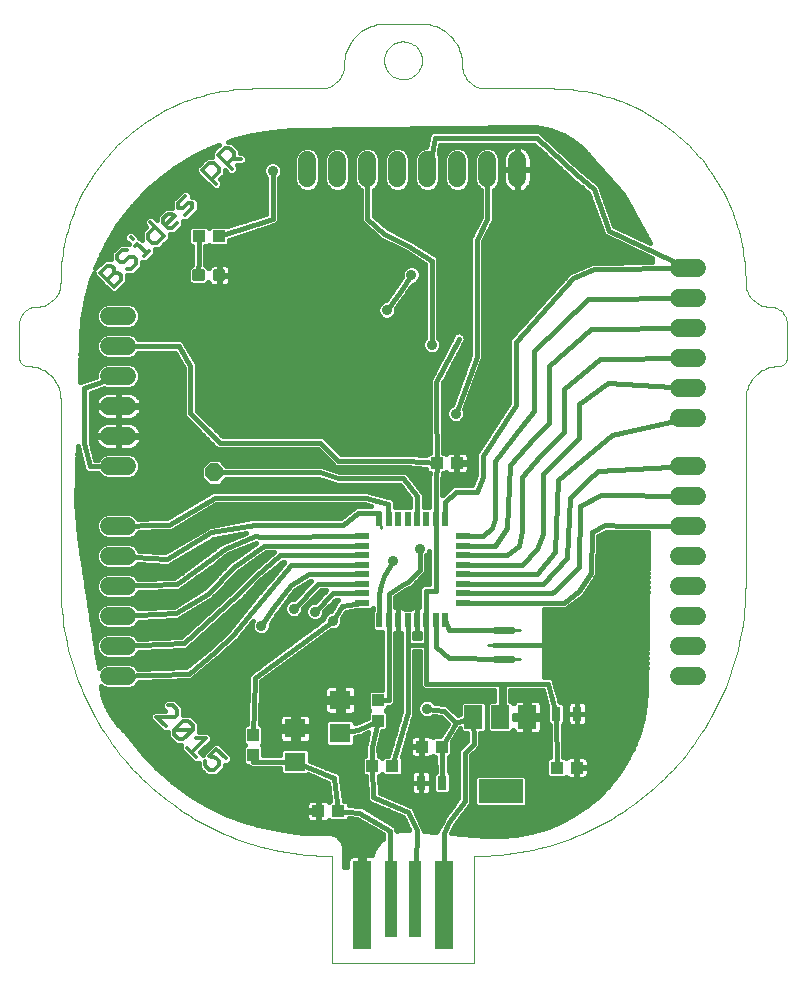
<source format=gtl>
G75*
%MOIN*%
%OFA0B0*%
%FSLAX24Y24*%
%IPPOS*%
%LPD*%
%AMOC8*
5,1,8,0,0,1.08239X$1,22.5*
%
%ADD10C,0.0000*%
%ADD11C,0.0130*%
%ADD12R,0.0220X0.0500*%
%ADD13R,0.0500X0.0220*%
%ADD14R,0.0394X0.0433*%
%ADD15R,0.0433X0.0394*%
%ADD16R,0.0709X0.0630*%
%ADD17R,0.0591X0.2953*%
%ADD18R,0.0394X0.2559*%
%ADD19R,0.0590X0.0790*%
%ADD20R,0.1500X0.0790*%
%ADD21C,0.0600*%
%ADD22C,0.0118*%
%ADD23R,0.0315X0.0472*%
%ADD24C,0.0240*%
%ADD25C,0.0177*%
%ADD26C,0.0100*%
%ADD27OC8,0.0600*%
%ADD28C,0.0160*%
%ADD29C,0.0360*%
D10*
X010533Y001133D02*
X015257Y001133D01*
X015257Y004677D01*
X010533Y004677D02*
X010533Y001133D01*
X010533Y004677D02*
X010314Y004680D01*
X010096Y004688D01*
X009877Y004701D01*
X009659Y004719D01*
X009442Y004743D01*
X009225Y004772D01*
X009009Y004806D01*
X008793Y004846D01*
X008579Y004890D01*
X008366Y004940D01*
X008154Y004995D01*
X007944Y005055D01*
X007735Y005120D01*
X007528Y005190D01*
X007322Y005265D01*
X007118Y005345D01*
X006917Y005430D01*
X006717Y005520D01*
X006520Y005615D01*
X006325Y005714D01*
X006132Y005818D01*
X005942Y005927D01*
X005755Y006040D01*
X005571Y006158D01*
X005389Y006280D01*
X005211Y006406D01*
X005035Y006537D01*
X004863Y006672D01*
X004694Y006811D01*
X004528Y006954D01*
X004366Y007101D01*
X004208Y007252D01*
X004053Y007407D01*
X003902Y007565D01*
X003755Y007727D01*
X003612Y007893D01*
X003473Y008062D01*
X003338Y008234D01*
X003207Y008410D01*
X003081Y008588D01*
X002959Y008770D01*
X002841Y008954D01*
X002728Y009141D01*
X002619Y009331D01*
X002515Y009524D01*
X002416Y009719D01*
X002321Y009916D01*
X002231Y010116D01*
X002146Y010317D01*
X002066Y010521D01*
X001991Y010727D01*
X001921Y010934D01*
X001856Y011143D01*
X001796Y011353D01*
X001741Y011565D01*
X001691Y011778D01*
X001647Y011992D01*
X001607Y012208D01*
X001573Y012424D01*
X001544Y012641D01*
X001520Y012858D01*
X001502Y013076D01*
X001489Y013295D01*
X001481Y013513D01*
X001478Y013732D01*
X001478Y019916D01*
X001476Y019980D01*
X001471Y020044D01*
X001461Y020107D01*
X001448Y020170D01*
X001432Y020231D01*
X001412Y020292D01*
X001388Y020352D01*
X001361Y020410D01*
X001331Y020466D01*
X001297Y020520D01*
X001260Y020573D01*
X001221Y020623D01*
X001178Y020671D01*
X001133Y020716D01*
X001085Y020759D01*
X001035Y020798D01*
X000982Y020835D01*
X000928Y020869D01*
X000872Y020899D01*
X000814Y020926D01*
X000754Y020950D01*
X000693Y020970D01*
X000632Y020986D01*
X000569Y020999D01*
X000506Y021009D01*
X000442Y021014D01*
X000378Y021016D01*
X000347Y021018D01*
X000316Y021023D01*
X000286Y021032D01*
X000257Y021044D01*
X000230Y021059D01*
X000205Y021077D01*
X000181Y021097D01*
X000161Y021121D01*
X000143Y021146D01*
X000128Y021173D01*
X000116Y021202D01*
X000107Y021232D01*
X000102Y021263D01*
X000100Y021294D01*
X000100Y022427D01*
X000102Y022473D01*
X000108Y022519D01*
X000117Y022564D01*
X000130Y022608D01*
X000147Y022651D01*
X000167Y022692D01*
X000191Y022732D01*
X000217Y022769D01*
X000247Y022804D01*
X000280Y022837D01*
X000315Y022867D01*
X000352Y022893D01*
X000392Y022917D01*
X000433Y022937D01*
X000476Y022954D01*
X000520Y022967D01*
X000565Y022976D01*
X000611Y022982D01*
X000657Y022984D01*
X000713Y022986D01*
X000769Y022992D01*
X000824Y023001D01*
X000879Y023014D01*
X000932Y023031D01*
X000984Y023052D01*
X001035Y023076D01*
X001084Y023104D01*
X001130Y023134D01*
X001175Y023168D01*
X001217Y023205D01*
X001257Y023245D01*
X001294Y023287D01*
X001328Y023332D01*
X001358Y023378D01*
X001386Y023427D01*
X001410Y023478D01*
X001431Y023530D01*
X001448Y023583D01*
X001461Y023638D01*
X001470Y023693D01*
X001476Y023749D01*
X001478Y023805D01*
X001480Y023964D01*
X001486Y024122D01*
X001496Y024280D01*
X001509Y024438D01*
X001527Y024596D01*
X001548Y024753D01*
X001573Y024910D01*
X001602Y025066D01*
X001635Y025221D01*
X001672Y025375D01*
X001712Y025528D01*
X001756Y025681D01*
X001804Y025832D01*
X001856Y025982D01*
X001911Y026131D01*
X001970Y026278D01*
X002032Y026424D01*
X002098Y026568D01*
X002168Y026710D01*
X002241Y026851D01*
X002317Y026990D01*
X002397Y027127D01*
X002481Y027262D01*
X002567Y027395D01*
X002657Y027526D01*
X002750Y027654D01*
X002846Y027781D01*
X002945Y027904D01*
X003047Y028026D01*
X003152Y028145D01*
X003260Y028261D01*
X003371Y028374D01*
X003484Y028485D01*
X003600Y028593D01*
X003719Y028698D01*
X003841Y028800D01*
X003964Y028899D01*
X004091Y028995D01*
X004219Y029088D01*
X004350Y029178D01*
X004483Y029264D01*
X004618Y029348D01*
X004755Y029428D01*
X004894Y029504D01*
X005035Y029577D01*
X005177Y029647D01*
X005321Y029713D01*
X005467Y029775D01*
X005614Y029834D01*
X005763Y029889D01*
X005913Y029941D01*
X006064Y029989D01*
X006217Y030033D01*
X006370Y030073D01*
X006524Y030110D01*
X006679Y030143D01*
X006835Y030172D01*
X006992Y030197D01*
X007149Y030218D01*
X007307Y030236D01*
X007465Y030249D01*
X007623Y030259D01*
X007781Y030265D01*
X007940Y030267D01*
X010125Y030267D01*
X010139Y030268D02*
X010193Y030270D01*
X010246Y030275D01*
X010299Y030284D01*
X010351Y030297D01*
X010403Y030313D01*
X010453Y030333D01*
X010501Y030356D01*
X010548Y030383D01*
X010593Y030412D01*
X010636Y030445D01*
X010676Y030480D01*
X010714Y030518D01*
X010749Y030558D01*
X010782Y030601D01*
X010811Y030646D01*
X010838Y030693D01*
X010861Y030741D01*
X010881Y030791D01*
X010897Y030843D01*
X010910Y030895D01*
X010919Y030948D01*
X010924Y031001D01*
X010926Y031055D01*
X010927Y031055D02*
X010929Y031127D01*
X010935Y031199D01*
X010944Y031271D01*
X010957Y031342D01*
X010974Y031412D01*
X010994Y031481D01*
X011019Y031549D01*
X011046Y031615D01*
X011077Y031681D01*
X011112Y031744D01*
X011149Y031806D01*
X011190Y031865D01*
X011234Y031922D01*
X011281Y031977D01*
X011331Y032029D01*
X011383Y032079D01*
X011438Y032126D01*
X011495Y032170D01*
X011554Y032211D01*
X011616Y032248D01*
X011679Y032283D01*
X011745Y032314D01*
X011811Y032341D01*
X011879Y032366D01*
X011948Y032386D01*
X012018Y032403D01*
X012089Y032416D01*
X012161Y032425D01*
X012233Y032431D01*
X012305Y032433D01*
X013486Y032433D01*
X012265Y031205D02*
X012267Y031255D01*
X012273Y031305D01*
X012283Y031354D01*
X012297Y031402D01*
X012314Y031449D01*
X012335Y031494D01*
X012360Y031538D01*
X012388Y031579D01*
X012420Y031618D01*
X012454Y031655D01*
X012491Y031689D01*
X012531Y031719D01*
X012573Y031746D01*
X012617Y031770D01*
X012663Y031791D01*
X012710Y031807D01*
X012758Y031820D01*
X012808Y031829D01*
X012857Y031834D01*
X012908Y031835D01*
X012958Y031832D01*
X013007Y031825D01*
X013056Y031814D01*
X013104Y031799D01*
X013150Y031781D01*
X013195Y031759D01*
X013238Y031733D01*
X013279Y031704D01*
X013318Y031672D01*
X013354Y031637D01*
X013386Y031599D01*
X013416Y031559D01*
X013443Y031516D01*
X013466Y031472D01*
X013485Y031426D01*
X013501Y031378D01*
X013513Y031329D01*
X013521Y031280D01*
X013525Y031230D01*
X013525Y031180D01*
X013521Y031130D01*
X013513Y031081D01*
X013501Y031032D01*
X013485Y030984D01*
X013466Y030938D01*
X013443Y030894D01*
X013416Y030851D01*
X013386Y030811D01*
X013354Y030773D01*
X013318Y030738D01*
X013279Y030706D01*
X013238Y030677D01*
X013195Y030651D01*
X013150Y030629D01*
X013104Y030611D01*
X013056Y030596D01*
X013007Y030585D01*
X012958Y030578D01*
X012908Y030575D01*
X012857Y030576D01*
X012808Y030581D01*
X012758Y030590D01*
X012710Y030603D01*
X012663Y030619D01*
X012617Y030640D01*
X012573Y030664D01*
X012531Y030691D01*
X012491Y030721D01*
X012454Y030755D01*
X012420Y030792D01*
X012388Y030831D01*
X012360Y030872D01*
X012335Y030916D01*
X012314Y030961D01*
X012297Y031008D01*
X012283Y031056D01*
X012273Y031105D01*
X012267Y031155D01*
X012265Y031205D01*
X013486Y032433D02*
X013558Y032431D01*
X013630Y032425D01*
X013702Y032416D01*
X013773Y032403D01*
X013843Y032386D01*
X013912Y032366D01*
X013980Y032341D01*
X014046Y032314D01*
X014112Y032283D01*
X014175Y032248D01*
X014237Y032211D01*
X014296Y032170D01*
X014353Y032126D01*
X014408Y032079D01*
X014460Y032029D01*
X014510Y031977D01*
X014557Y031922D01*
X014601Y031865D01*
X014642Y031806D01*
X014679Y031744D01*
X014714Y031681D01*
X014745Y031615D01*
X014772Y031549D01*
X014797Y031481D01*
X014817Y031412D01*
X014834Y031342D01*
X014847Y031271D01*
X014856Y031199D01*
X014862Y031127D01*
X014864Y031055D01*
X014866Y031001D01*
X014871Y030948D01*
X014880Y030895D01*
X014893Y030843D01*
X014909Y030791D01*
X014929Y030741D01*
X014952Y030693D01*
X014979Y030646D01*
X015008Y030601D01*
X015041Y030558D01*
X015076Y030518D01*
X015114Y030480D01*
X015154Y030445D01*
X015197Y030412D01*
X015242Y030383D01*
X015289Y030356D01*
X015337Y030333D01*
X015387Y030313D01*
X015439Y030297D01*
X015491Y030284D01*
X015544Y030275D01*
X015597Y030270D01*
X015651Y030268D01*
X015665Y030267D02*
X017850Y030267D01*
X018009Y030265D01*
X018167Y030259D01*
X018325Y030249D01*
X018483Y030236D01*
X018641Y030218D01*
X018798Y030197D01*
X018955Y030172D01*
X019111Y030143D01*
X019266Y030110D01*
X019420Y030073D01*
X019573Y030033D01*
X019726Y029989D01*
X019877Y029941D01*
X020027Y029889D01*
X020176Y029834D01*
X020323Y029775D01*
X020469Y029713D01*
X020613Y029647D01*
X020755Y029577D01*
X020896Y029504D01*
X021035Y029428D01*
X021172Y029348D01*
X021307Y029264D01*
X021440Y029178D01*
X021571Y029088D01*
X021699Y028995D01*
X021826Y028899D01*
X021949Y028800D01*
X022071Y028698D01*
X022190Y028593D01*
X022306Y028485D01*
X022419Y028374D01*
X022530Y028261D01*
X022638Y028145D01*
X022743Y028026D01*
X022845Y027904D01*
X022944Y027781D01*
X023040Y027654D01*
X023133Y027526D01*
X023223Y027395D01*
X023309Y027262D01*
X023393Y027127D01*
X023473Y026990D01*
X023549Y026851D01*
X023622Y026710D01*
X023692Y026568D01*
X023758Y026424D01*
X023820Y026278D01*
X023879Y026131D01*
X023934Y025982D01*
X023986Y025832D01*
X024034Y025681D01*
X024078Y025528D01*
X024118Y025375D01*
X024155Y025221D01*
X024188Y025066D01*
X024217Y024910D01*
X024242Y024753D01*
X024263Y024596D01*
X024281Y024438D01*
X024294Y024280D01*
X024304Y024122D01*
X024310Y023964D01*
X024312Y023805D01*
X024313Y023805D02*
X024315Y023749D01*
X024321Y023693D01*
X024330Y023638D01*
X024343Y023583D01*
X024360Y023530D01*
X024381Y023478D01*
X024405Y023427D01*
X024433Y023378D01*
X024463Y023332D01*
X024497Y023287D01*
X024534Y023245D01*
X024574Y023205D01*
X024616Y023168D01*
X024661Y023134D01*
X024707Y023104D01*
X024756Y023076D01*
X024807Y023052D01*
X024859Y023031D01*
X024912Y023014D01*
X024967Y023001D01*
X025022Y022992D01*
X025078Y022986D01*
X025134Y022984D01*
X025180Y022982D01*
X025226Y022976D01*
X025271Y022967D01*
X025315Y022954D01*
X025358Y022937D01*
X025399Y022917D01*
X025439Y022893D01*
X025476Y022867D01*
X025511Y022837D01*
X025544Y022804D01*
X025574Y022769D01*
X025600Y022732D01*
X025624Y022692D01*
X025644Y022651D01*
X025661Y022608D01*
X025674Y022564D01*
X025683Y022519D01*
X025689Y022473D01*
X025691Y022427D01*
X025691Y021294D01*
X025690Y021294D02*
X025688Y021263D01*
X025683Y021232D01*
X025674Y021202D01*
X025662Y021173D01*
X025647Y021146D01*
X025629Y021121D01*
X025609Y021097D01*
X025585Y021077D01*
X025560Y021059D01*
X025533Y021044D01*
X025504Y021032D01*
X025474Y021023D01*
X025443Y021018D01*
X025412Y021016D01*
X025348Y021014D01*
X025284Y021009D01*
X025221Y020999D01*
X025158Y020986D01*
X025097Y020970D01*
X025036Y020950D01*
X024976Y020926D01*
X024918Y020899D01*
X024862Y020869D01*
X024808Y020835D01*
X024755Y020798D01*
X024705Y020759D01*
X024657Y020716D01*
X024612Y020671D01*
X024569Y020623D01*
X024530Y020573D01*
X024493Y020520D01*
X024459Y020466D01*
X024429Y020410D01*
X024402Y020352D01*
X024378Y020292D01*
X024358Y020231D01*
X024342Y020170D01*
X024329Y020107D01*
X024319Y020044D01*
X024314Y019980D01*
X024312Y019916D01*
X024313Y019916D02*
X024313Y013732D01*
X024312Y013732D02*
X024309Y013513D01*
X024301Y013295D01*
X024288Y013076D01*
X024270Y012858D01*
X024246Y012641D01*
X024217Y012424D01*
X024183Y012208D01*
X024143Y011992D01*
X024099Y011778D01*
X024049Y011565D01*
X023994Y011353D01*
X023934Y011143D01*
X023869Y010934D01*
X023799Y010727D01*
X023724Y010521D01*
X023644Y010317D01*
X023559Y010116D01*
X023469Y009916D01*
X023374Y009719D01*
X023275Y009524D01*
X023171Y009331D01*
X023062Y009141D01*
X022949Y008954D01*
X022831Y008770D01*
X022709Y008588D01*
X022583Y008410D01*
X022452Y008234D01*
X022317Y008062D01*
X022178Y007893D01*
X022035Y007727D01*
X021888Y007565D01*
X021737Y007407D01*
X021582Y007252D01*
X021424Y007101D01*
X021262Y006954D01*
X021096Y006811D01*
X020927Y006672D01*
X020755Y006537D01*
X020579Y006406D01*
X020401Y006280D01*
X020219Y006158D01*
X020035Y006040D01*
X019848Y005927D01*
X019658Y005818D01*
X019465Y005714D01*
X019270Y005615D01*
X019073Y005520D01*
X018873Y005430D01*
X018672Y005345D01*
X018468Y005265D01*
X018262Y005190D01*
X018055Y005120D01*
X017846Y005055D01*
X017636Y004995D01*
X017424Y004940D01*
X017211Y004890D01*
X016997Y004846D01*
X016781Y004806D01*
X016565Y004772D01*
X016348Y004743D01*
X016131Y004719D01*
X015913Y004701D01*
X015694Y004688D01*
X015476Y004680D01*
X015257Y004677D01*
D11*
X006985Y007937D02*
X006674Y008247D01*
X006442Y008015D01*
X006674Y007937D01*
X006752Y007860D01*
X006752Y007705D01*
X006597Y007550D01*
X006442Y007550D01*
X006287Y007705D01*
X006287Y007860D01*
X006007Y007985D02*
X005696Y008295D01*
X005851Y008140D02*
X006317Y008605D01*
X006007Y008605D01*
X005882Y008885D02*
X005261Y008885D01*
X005261Y008730D01*
X005416Y008575D01*
X005571Y008575D01*
X005882Y008885D01*
X005882Y009040D01*
X005727Y009195D01*
X005571Y009195D01*
X005261Y008885D01*
X004981Y009010D02*
X004671Y009320D01*
X005291Y009320D01*
X005369Y009398D01*
X005369Y009553D01*
X005214Y009708D01*
X005059Y009708D01*
X003250Y023666D02*
X003482Y023899D01*
X003482Y024054D01*
X003405Y024131D01*
X003250Y024131D01*
X003017Y023899D01*
X003250Y024131D02*
X003250Y024287D01*
X003172Y024364D01*
X003017Y024364D01*
X002784Y024131D01*
X003250Y023666D01*
X003685Y024256D02*
X003840Y024256D01*
X003995Y024411D01*
X003995Y024567D01*
X003917Y024644D01*
X003762Y024644D01*
X003607Y024489D01*
X003452Y024489D01*
X003375Y024567D01*
X003375Y024722D01*
X003530Y024877D01*
X003685Y024877D01*
X003965Y025002D02*
X004042Y025079D01*
X004352Y024769D01*
X004275Y024692D02*
X004430Y024847D01*
X004539Y025111D02*
X004384Y025266D01*
X004384Y025421D01*
X004617Y025654D01*
X004462Y025809D02*
X004927Y025343D01*
X004694Y025111D01*
X004539Y025111D01*
X003887Y025234D02*
X003810Y025312D01*
X004897Y025779D02*
X004897Y025934D01*
X005052Y026089D01*
X005207Y026089D01*
X005284Y026011D01*
X004974Y025701D01*
X005052Y025624D02*
X004897Y025779D01*
X005052Y025624D02*
X005207Y025624D01*
X005362Y025779D01*
X005642Y026059D02*
X005875Y026291D01*
X005875Y026446D01*
X005720Y026446D01*
X005565Y026291D01*
X005409Y026291D01*
X005409Y026446D01*
X005642Y026679D01*
X006202Y027549D02*
X006435Y027782D01*
X006590Y027782D01*
X006745Y027627D01*
X006745Y027472D01*
X006512Y027239D01*
X006667Y027084D02*
X006202Y027549D01*
X006715Y028062D02*
X006947Y028295D01*
X007103Y028295D01*
X007258Y028139D01*
X007258Y027984D01*
X007025Y027752D01*
X007180Y027907D02*
X007490Y027907D01*
X007180Y027597D02*
X006715Y028062D01*
D12*
X012099Y015923D03*
X012414Y015923D03*
X012729Y015923D03*
X013044Y015923D03*
X013359Y015923D03*
X013674Y015923D03*
X013989Y015923D03*
X014304Y015923D03*
X014304Y012543D03*
X013989Y012543D03*
X013674Y012543D03*
X013359Y012543D03*
X013044Y012543D03*
X012729Y012543D03*
X012414Y012543D03*
X012099Y012543D03*
D13*
X011512Y013131D03*
X011512Y013446D03*
X011512Y013761D03*
X011512Y014076D03*
X011512Y014391D03*
X011512Y014706D03*
X011512Y015021D03*
X011512Y015336D03*
X014892Y015336D03*
X014892Y015021D03*
X014892Y014706D03*
X014892Y014391D03*
X014892Y014076D03*
X014892Y013761D03*
X014892Y013446D03*
X014892Y013131D03*
D14*
X012052Y009868D03*
X012052Y009199D03*
X007902Y008718D03*
X007902Y008049D03*
D15*
X010067Y006183D03*
X010736Y006183D03*
X011867Y007683D03*
X012536Y007683D03*
X013517Y008333D03*
X014186Y008333D03*
X018017Y007633D03*
X018686Y007633D03*
X014686Y017783D03*
X014017Y017783D03*
X006753Y025343D03*
X006083Y025343D03*
D16*
X010802Y009885D03*
X010802Y008782D03*
X009302Y008935D03*
X009302Y007832D03*
D17*
X011517Y003055D03*
X014273Y003055D03*
D18*
X013289Y003251D03*
X012502Y003251D03*
D19*
X015242Y009323D03*
X016142Y009323D03*
X017042Y009323D03*
D20*
X016152Y006843D03*
D21*
X022103Y010683D02*
X022703Y010683D01*
X022703Y011683D02*
X022103Y011683D01*
X022103Y012683D02*
X022703Y012683D01*
X022703Y013683D02*
X022103Y013683D01*
X022103Y014683D02*
X022703Y014683D01*
X022703Y015683D02*
X022103Y015683D01*
X022103Y016683D02*
X022703Y016683D01*
X022703Y017683D02*
X022103Y017683D01*
X022103Y019283D02*
X022703Y019283D01*
X022703Y020283D02*
X022103Y020283D01*
X022103Y021283D02*
X022703Y021283D01*
X022703Y022283D02*
X022103Y022283D01*
X022103Y023283D02*
X022703Y023283D01*
X022703Y024283D02*
X022103Y024283D01*
X016702Y027271D02*
X016702Y027871D01*
X015702Y027871D02*
X015702Y027271D01*
X014702Y027271D02*
X014702Y027871D01*
X013702Y027871D02*
X013702Y027271D01*
X012702Y027271D02*
X012702Y027871D01*
X011702Y027871D02*
X011702Y027271D01*
X010702Y027271D02*
X010702Y027871D01*
X009702Y027871D02*
X009702Y027271D01*
X003703Y022683D02*
X003103Y022683D01*
X003103Y021683D02*
X003703Y021683D01*
X003703Y020683D02*
X003103Y020683D01*
X003103Y019683D02*
X003703Y019683D01*
X003703Y018683D02*
X003103Y018683D01*
X003103Y017683D02*
X003703Y017683D01*
X003703Y015683D02*
X003103Y015683D01*
X003103Y014683D02*
X003703Y014683D01*
X003703Y013683D02*
X003103Y013683D01*
X003103Y012683D02*
X003703Y012683D01*
X003703Y011683D02*
X003103Y011683D01*
X003103Y010683D02*
X003703Y010683D01*
D22*
X005935Y023908D02*
X005935Y024184D01*
X006211Y024184D01*
X006211Y023908D01*
X005935Y023908D01*
X005935Y024025D02*
X006211Y024025D01*
X006211Y024142D02*
X005935Y024142D01*
X006625Y024184D02*
X006625Y023908D01*
X006625Y024184D02*
X006901Y024184D01*
X006901Y023908D01*
X006625Y023908D01*
X006625Y024025D02*
X006901Y024025D01*
X006901Y024142D02*
X006625Y024142D01*
D23*
X017997Y009433D03*
X018706Y009433D03*
X014206Y007133D03*
X013497Y007133D03*
D24*
X015972Y011261D02*
X016532Y011261D01*
X016532Y012206D02*
X015972Y012206D01*
D25*
X016564Y011733D02*
X016564Y011733D01*
X015940Y011733D01*
X015940Y011733D01*
X016564Y011733D01*
D26*
X016777Y011733D02*
X016252Y011733D01*
X015727Y011733D01*
X015727Y012206D02*
X016252Y012206D01*
X016777Y012206D01*
X016777Y011261D02*
X016252Y011261D01*
X015727Y011261D01*
X012152Y015633D02*
X012099Y015923D01*
D27*
X006596Y017472D03*
D28*
X004754Y007547D02*
X005259Y007113D01*
X005800Y006724D01*
X006372Y006382D01*
X006971Y006091D01*
X007593Y005852D01*
X008233Y005667D01*
X008887Y005537D01*
X009549Y005464D01*
X010370Y005464D01*
X010467Y005456D01*
X010560Y005430D01*
X010648Y005389D01*
X010728Y005334D01*
X010797Y005265D01*
X010852Y005186D01*
X010893Y005098D01*
X010918Y005004D01*
X010927Y004907D01*
X010927Y004310D01*
X011042Y004310D01*
X011042Y004555D01*
X011054Y004600D01*
X011078Y004641D01*
X011112Y004675D01*
X011153Y004699D01*
X011198Y004711D01*
X011450Y004711D01*
X011450Y003533D01*
X011585Y003533D01*
X011585Y004711D01*
X011836Y004711D01*
X011847Y004708D01*
X011859Y004749D01*
X011939Y004915D01*
X012040Y005067D01*
X012163Y005204D01*
X012235Y005264D01*
X012235Y005408D01*
X011369Y005918D01*
X011093Y005937D01*
X011093Y005928D01*
X011011Y005846D01*
X010462Y005846D01*
X010429Y005879D01*
X010428Y005876D01*
X010394Y005842D01*
X010353Y005819D01*
X010307Y005806D01*
X010085Y005806D01*
X010085Y006165D01*
X010049Y006165D01*
X010049Y005806D01*
X009827Y005806D01*
X009781Y005819D01*
X009740Y005842D01*
X009706Y005876D01*
X009683Y005917D01*
X009670Y005963D01*
X009670Y006165D01*
X010048Y006165D01*
X010048Y006202D01*
X009670Y006202D01*
X009670Y006404D01*
X009683Y006450D01*
X009706Y006491D01*
X009740Y006524D01*
X009781Y006548D01*
X009827Y006560D01*
X010049Y006560D01*
X010049Y006202D01*
X010085Y006202D01*
X010085Y006560D01*
X010307Y006560D01*
X010353Y006548D01*
X010394Y006524D01*
X010428Y006491D01*
X010429Y006488D01*
X010462Y006520D01*
X010473Y006520D01*
X010399Y007130D01*
X009743Y007407D01*
X009714Y007377D01*
X008889Y007377D01*
X008807Y007459D01*
X008807Y007612D01*
X007810Y007612D01*
X007730Y007692D01*
X007647Y007692D01*
X007565Y007774D01*
X007565Y008323D01*
X007625Y008383D01*
X007565Y008443D01*
X007565Y008993D01*
X007647Y009075D01*
X007691Y009075D01*
X007730Y010548D01*
X007720Y010561D01*
X007732Y010637D01*
X007734Y010715D01*
X007745Y010726D01*
X007748Y010741D01*
X007810Y010787D01*
X007866Y010840D01*
X007882Y010840D01*
X010232Y012571D01*
X010232Y012597D01*
X010280Y012715D01*
X010370Y012805D01*
X010487Y012853D01*
X010622Y013077D01*
X010620Y013088D01*
X010668Y013153D01*
X010710Y013223D01*
X010722Y013225D01*
X010722Y013226D01*
X010644Y013226D01*
X010272Y012846D01*
X010272Y012770D01*
X010223Y012652D01*
X010133Y012562D01*
X010015Y012513D01*
X009888Y012513D01*
X009770Y012562D01*
X009680Y012652D01*
X009632Y012770D01*
X009632Y012897D01*
X009680Y013015D01*
X009770Y013105D01*
X009888Y013153D01*
X009957Y013153D01*
X010332Y013536D01*
X010332Y013537D01*
X010335Y013541D01*
X010145Y013541D01*
X009572Y012948D01*
X009572Y012870D01*
X009523Y012752D01*
X009433Y012662D01*
X009315Y012613D01*
X009188Y012613D01*
X009070Y012662D01*
X008980Y012752D01*
X008932Y012870D01*
X008932Y012997D01*
X008980Y013115D01*
X009070Y013205D01*
X009188Y013253D01*
X009255Y013253D01*
X009832Y013850D01*
X009832Y013852D01*
X009835Y013856D01*
X009805Y013856D01*
X009304Y013564D01*
X008744Y012817D01*
X008486Y012430D01*
X008491Y012417D01*
X008491Y012290D01*
X008442Y012173D01*
X008352Y012083D01*
X008235Y012034D01*
X008107Y012034D01*
X007990Y012083D01*
X007900Y012173D01*
X007851Y012290D01*
X007851Y012417D01*
X007894Y012521D01*
X007453Y011967D01*
X007452Y011947D01*
X007398Y011897D01*
X007352Y011840D01*
X007332Y011838D01*
X006834Y011386D01*
X006833Y011381D01*
X006767Y011325D01*
X006702Y011267D01*
X006697Y011267D01*
X005908Y010601D01*
X005855Y010544D01*
X005840Y010544D01*
X005829Y010534D01*
X005751Y010541D01*
X004098Y010486D01*
X004076Y010434D01*
X003952Y010310D01*
X003791Y010243D01*
X003016Y010243D01*
X002854Y010310D01*
X002814Y010351D01*
X002815Y010335D01*
X002867Y010052D01*
X002955Y009778D01*
X003077Y009517D01*
X003231Y009273D01*
X003414Y009051D01*
X003623Y008853D01*
X003863Y008536D01*
X004287Y008022D01*
X004754Y007547D01*
X004839Y007473D02*
X006228Y007473D01*
X006202Y007500D02*
X006357Y007345D01*
X006682Y007345D01*
X006802Y007465D01*
X006837Y007500D01*
X006957Y007620D01*
X006957Y007732D01*
X007069Y007732D01*
X007190Y007852D01*
X007190Y008022D01*
X006879Y008332D01*
X006879Y008332D01*
X006759Y008452D01*
X006589Y008452D01*
X006320Y008183D01*
X006274Y008160D01*
X006263Y008125D01*
X006237Y008100D01*
X006237Y008065D01*
X006212Y008065D01*
X006212Y008070D01*
X006141Y008140D01*
X006522Y008520D01*
X006522Y008690D01*
X006402Y008810D01*
X006232Y008810D01*
X006087Y008810D01*
X006087Y008955D01*
X006087Y009016D01*
X006087Y009125D01*
X006087Y009125D01*
X006023Y009188D01*
X005967Y009245D01*
X005932Y009280D01*
X005811Y009400D01*
X005574Y009400D01*
X005574Y009468D01*
X005574Y009531D01*
X005574Y009638D01*
X005509Y009703D01*
X005454Y009758D01*
X005419Y009793D01*
X005299Y009913D01*
X004974Y009913D01*
X004854Y009793D01*
X004854Y009623D01*
X004952Y009525D01*
X004756Y009525D01*
X004586Y009525D01*
X004466Y009405D01*
X004466Y009235D01*
X004586Y009115D01*
X004586Y009115D01*
X004896Y008805D01*
X005056Y008805D01*
X005056Y008645D01*
X005331Y008370D01*
X005491Y008370D01*
X005491Y008210D01*
X005646Y008055D01*
X005767Y007935D01*
X005922Y007780D01*
X006082Y007780D01*
X006082Y007620D01*
X006202Y007500D01*
X006082Y007632D02*
X004670Y007632D01*
X004515Y007790D02*
X005911Y007790D01*
X005767Y007935D02*
X005767Y007935D01*
X005752Y007949D02*
X004359Y007949D01*
X004217Y008107D02*
X005594Y008107D01*
X005646Y008055D02*
X005646Y008055D01*
X005491Y008266D02*
X004086Y008266D01*
X003955Y008424D02*
X005277Y008424D01*
X005118Y008583D02*
X003827Y008583D01*
X003707Y008741D02*
X005056Y008741D01*
X004801Y008900D02*
X003573Y008900D01*
X003407Y009058D02*
X004643Y009058D01*
X004484Y009217D02*
X003277Y009217D01*
X003166Y009375D02*
X004466Y009375D01*
X004854Y009692D02*
X002995Y009692D01*
X002932Y009851D02*
X004912Y009851D01*
X004943Y009534D02*
X003069Y009534D01*
X002881Y010009D02*
X007715Y010009D01*
X007711Y009851D02*
X005361Y009851D01*
X005419Y009793D02*
X005419Y009793D01*
X005454Y009758D02*
X005454Y009758D01*
X005519Y009692D02*
X007707Y009692D01*
X007703Y009534D02*
X005574Y009534D01*
X005574Y009468D02*
X005574Y009468D01*
X005574Y009638D02*
X005574Y009638D01*
X005574Y009638D01*
X005836Y009375D02*
X007699Y009375D01*
X007695Y009217D02*
X005995Y009217D01*
X005967Y009245D02*
X005967Y009245D01*
X006087Y009125D02*
X006087Y009125D01*
X006087Y009058D02*
X007631Y009058D01*
X007565Y008900D02*
X006087Y008900D01*
X006087Y008955D02*
X006087Y008955D01*
X006232Y008810D02*
X006232Y008810D01*
X006470Y008741D02*
X007565Y008741D01*
X007565Y008583D02*
X006522Y008583D01*
X006561Y008424D02*
X006426Y008424D01*
X006403Y008266D02*
X006268Y008266D01*
X006244Y008107D02*
X006174Y008107D01*
X006787Y008424D02*
X007584Y008424D01*
X007565Y008266D02*
X006946Y008266D01*
X007104Y008107D02*
X007565Y008107D01*
X007565Y007949D02*
X007190Y007949D01*
X007128Y007790D02*
X007565Y007790D01*
X007791Y007632D02*
X006957Y007632D01*
X006837Y007500D02*
X006837Y007500D01*
X006811Y007473D02*
X008807Y007473D01*
X008807Y008052D02*
X008238Y008052D01*
X008238Y008323D01*
X008178Y008383D01*
X008238Y008443D01*
X008238Y008993D01*
X008156Y009075D01*
X008131Y009075D01*
X008169Y010505D01*
X010488Y012213D01*
X010615Y012213D01*
X010733Y012262D01*
X010823Y012352D01*
X010872Y012470D01*
X010872Y012597D01*
X010861Y012621D01*
X010987Y012829D01*
X011330Y012881D01*
X011820Y012881D01*
X011879Y012941D01*
X011879Y012881D01*
X011849Y012851D01*
X011849Y012235D01*
X011931Y012153D01*
X012194Y012153D01*
X012194Y010225D01*
X011797Y010225D01*
X011715Y010143D01*
X011715Y009593D01*
X011775Y009533D01*
X011715Y009473D01*
X011715Y009286D01*
X011334Y009110D01*
X011296Y009102D01*
X011296Y009155D01*
X011214Y009237D01*
X010389Y009237D01*
X010307Y009155D01*
X010307Y008409D01*
X010389Y008327D01*
X011214Y008327D01*
X011296Y008409D01*
X011296Y008654D01*
X011383Y008671D01*
X011411Y008661D01*
X011470Y008688D01*
X011533Y008700D01*
X011550Y008725D01*
X011738Y008812D01*
X011650Y008426D01*
X011629Y008404D01*
X011631Y008340D01*
X011617Y008278D01*
X011633Y008252D01*
X011639Y008020D01*
X011592Y008020D01*
X011510Y007938D01*
X011510Y007428D01*
X011592Y007346D01*
X011658Y007346D01*
X011680Y006693D01*
X011663Y006654D01*
X011683Y006605D01*
X011685Y006553D01*
X011716Y006524D01*
X011731Y006485D01*
X011780Y006464D01*
X011818Y006429D01*
X011860Y006430D01*
X012905Y005983D01*
X013100Y005561D01*
X012987Y005563D01*
X012805Y005540D01*
X012689Y005508D01*
X012675Y005561D01*
X012675Y005624D01*
X012653Y005646D01*
X012645Y005677D01*
X012591Y005709D01*
X012546Y005753D01*
X012515Y005753D01*
X011579Y006305D01*
X011543Y006346D01*
X011503Y006349D01*
X011469Y006369D01*
X011416Y006355D01*
X011093Y006378D01*
X011093Y006438D01*
X011011Y006520D01*
X010917Y006520D01*
X010827Y007252D01*
X010840Y007282D01*
X010816Y007339D01*
X010809Y007401D01*
X010783Y007421D01*
X010771Y007451D01*
X010714Y007475D01*
X010665Y007513D01*
X010633Y007509D01*
X009796Y007862D01*
X009796Y008205D01*
X009714Y008287D01*
X008889Y008287D01*
X008807Y008205D01*
X008807Y008052D01*
X008807Y008107D02*
X008238Y008107D01*
X008238Y008266D02*
X008868Y008266D01*
X008924Y008440D02*
X009224Y008440D01*
X009224Y008857D01*
X008767Y008857D01*
X008767Y008596D01*
X008780Y008550D01*
X008803Y008509D01*
X008837Y008476D01*
X008878Y008452D01*
X008924Y008440D01*
X008771Y008583D02*
X008238Y008583D01*
X008238Y008741D02*
X008767Y008741D01*
X008767Y009012D02*
X009224Y009012D01*
X009224Y008857D01*
X009379Y008857D01*
X009379Y008440D01*
X009680Y008440D01*
X009725Y008452D01*
X009766Y008476D01*
X009800Y008509D01*
X009824Y008550D01*
X009836Y008596D01*
X009836Y008857D01*
X009379Y008857D01*
X009379Y009012D01*
X009224Y009012D01*
X009224Y009429D01*
X008924Y009429D01*
X008878Y009417D01*
X008837Y009394D01*
X008803Y009360D01*
X008780Y009319D01*
X008767Y009273D01*
X008767Y009012D01*
X008767Y009058D02*
X008173Y009058D01*
X008135Y009217D02*
X008767Y009217D01*
X008819Y009375D02*
X008139Y009375D01*
X008143Y009534D02*
X010270Y009534D01*
X010267Y009546D02*
X010280Y009500D01*
X010303Y009459D01*
X010337Y009426D01*
X010378Y009402D01*
X010424Y009390D01*
X010724Y009390D01*
X010724Y009807D01*
X010267Y009807D01*
X010267Y009546D01*
X010267Y009692D02*
X008147Y009692D01*
X008151Y009851D02*
X010724Y009851D01*
X010724Y009807D02*
X010724Y009962D01*
X010267Y009962D01*
X010267Y010223D01*
X010280Y010269D01*
X010303Y010310D01*
X010337Y010344D01*
X010378Y010367D01*
X010424Y010379D01*
X010724Y010379D01*
X010724Y009962D01*
X010879Y009962D01*
X010879Y010379D01*
X011180Y010379D01*
X011225Y010367D01*
X011266Y010344D01*
X011300Y010310D01*
X011324Y010269D01*
X011336Y010223D01*
X011336Y009962D01*
X010879Y009962D01*
X010879Y009807D01*
X010879Y009390D01*
X011180Y009390D01*
X011225Y009402D01*
X011266Y009426D01*
X011300Y009459D01*
X011324Y009500D01*
X011336Y009546D01*
X011336Y009807D01*
X010879Y009807D01*
X010724Y009807D01*
X010724Y009692D02*
X010879Y009692D01*
X010879Y009534D02*
X010724Y009534D01*
X010879Y009851D02*
X011715Y009851D01*
X011715Y010009D02*
X011336Y010009D01*
X011336Y010168D02*
X011740Y010168D01*
X012052Y009868D02*
X012414Y009868D01*
X012414Y012543D01*
X012414Y013433D01*
X012852Y013733D01*
X013052Y013833D01*
X013452Y014233D01*
X013452Y014933D01*
X013672Y014701D02*
X013723Y014752D01*
X013769Y014863D01*
X013769Y013753D01*
X013560Y013753D01*
X013432Y013624D01*
X013432Y012973D01*
X013359Y012973D01*
X013225Y012973D01*
X013180Y012961D01*
X013139Y012937D01*
X013134Y012933D01*
X012954Y012933D01*
X012950Y012937D01*
X012909Y012961D01*
X012863Y012973D01*
X012729Y012973D01*
X012634Y012973D01*
X012634Y013317D01*
X012964Y013543D01*
X013104Y013613D01*
X013143Y013613D01*
X013182Y013653D01*
X013231Y013677D01*
X013244Y013714D01*
X013672Y014142D01*
X013672Y014701D01*
X013728Y014764D02*
X013769Y014764D01*
X013769Y014606D02*
X013672Y014606D01*
X013672Y014447D02*
X013769Y014447D01*
X013769Y014289D02*
X013672Y014289D01*
X013660Y014130D02*
X013769Y014130D01*
X013769Y013972D02*
X013501Y013972D01*
X013343Y013813D02*
X013769Y013813D01*
X013652Y013533D02*
X013989Y013533D01*
X013989Y015923D01*
X013989Y017183D01*
X014017Y017783D01*
X013033Y017866D01*
X010730Y017866D01*
X010139Y018456D01*
X006793Y018456D01*
X005809Y019440D01*
X005809Y021015D01*
X005415Y021683D01*
X003403Y021683D01*
X003016Y021243D02*
X003791Y021243D01*
X003952Y021310D01*
X004076Y021434D01*
X004088Y021463D01*
X005289Y021463D01*
X005589Y020955D01*
X005589Y019349D01*
X006573Y018365D01*
X006702Y018236D01*
X010048Y018236D01*
X010510Y017774D01*
X010639Y017646D01*
X013023Y017646D01*
X013660Y017592D01*
X013660Y017528D01*
X013742Y017446D01*
X013781Y017446D01*
X013773Y017279D01*
X013769Y017274D01*
X013769Y017188D01*
X013765Y017103D01*
X013769Y017098D01*
X013769Y016313D01*
X013579Y016313D01*
X013579Y016671D01*
X013588Y016749D01*
X013579Y016761D01*
X013579Y016776D01*
X013524Y016831D01*
X013115Y017351D01*
X013115Y017366D01*
X013060Y017421D01*
X013012Y017483D01*
X012997Y017484D01*
X012986Y017495D01*
X012908Y017495D01*
X012831Y017504D01*
X012819Y017495D01*
X010766Y017495D01*
X010258Y017664D01*
X010230Y017692D01*
X010175Y017692D01*
X010122Y017709D01*
X010087Y017692D01*
X006998Y017692D01*
X006778Y017912D01*
X006414Y017912D01*
X006156Y017654D01*
X006156Y017290D01*
X006414Y017032D01*
X006778Y017032D01*
X006998Y017252D01*
X010104Y017252D01*
X010611Y017083D01*
X010639Y017055D01*
X010694Y017055D01*
X010747Y017038D01*
X010782Y017055D01*
X012788Y017055D01*
X013139Y016608D01*
X013139Y016313D01*
X012624Y016313D01*
X012622Y016396D01*
X012638Y016452D01*
X012620Y016484D01*
X012619Y016520D01*
X012577Y016560D01*
X012549Y016611D01*
X012514Y016620D01*
X012487Y016646D01*
X012429Y016644D01*
X011766Y016830D01*
X011743Y016853D01*
X011682Y016853D01*
X011623Y016870D01*
X011594Y016853D01*
X006642Y016853D01*
X006580Y016869D01*
X006554Y016853D01*
X006523Y016853D01*
X006478Y016808D01*
X005030Y015946D01*
X004908Y015946D01*
X004905Y015949D01*
X004817Y015946D01*
X004729Y015946D01*
X004727Y015944D01*
X004080Y015924D01*
X004076Y015933D01*
X003952Y016056D01*
X003791Y016123D01*
X003016Y016123D01*
X002854Y016056D01*
X002730Y015933D01*
X002663Y015771D01*
X002663Y015596D01*
X002730Y015434D01*
X002854Y015310D01*
X003016Y015243D01*
X003791Y015243D01*
X003952Y015310D01*
X004076Y015434D01*
X004097Y015484D01*
X004824Y015506D01*
X005063Y015506D01*
X005125Y015491D01*
X005151Y015506D01*
X005182Y015506D01*
X005227Y015551D01*
X006675Y016413D01*
X011621Y016413D01*
X011836Y016353D01*
X011414Y016353D01*
X011335Y016362D01*
X011324Y016353D01*
X011310Y016353D01*
X011255Y016298D01*
X010824Y015953D01*
X008020Y015953D01*
X008002Y015966D01*
X007932Y015953D01*
X007860Y015953D01*
X007845Y015937D01*
X006510Y015694D01*
X006468Y015705D01*
X006424Y015679D01*
X006374Y015670D01*
X006349Y015633D01*
X004975Y014803D01*
X004107Y014859D01*
X004076Y014933D01*
X003952Y015056D01*
X003791Y015123D01*
X003016Y015123D01*
X002854Y015056D01*
X002730Y014933D01*
X002663Y014771D01*
X002663Y014596D01*
X002730Y014434D01*
X002854Y014310D01*
X003016Y014243D01*
X003791Y014243D01*
X003952Y014310D01*
X004063Y014421D01*
X004996Y014361D01*
X005066Y014344D01*
X005085Y014355D01*
X005107Y014354D01*
X005160Y014401D01*
X006583Y015260D01*
X007670Y015458D01*
X006926Y015155D01*
X006893Y015159D01*
X006844Y015122D01*
X006787Y015099D01*
X006775Y015068D01*
X006429Y014803D01*
X005270Y013955D01*
X004081Y013922D01*
X004076Y013933D01*
X003952Y014056D01*
X003791Y014123D01*
X003016Y014123D01*
X002854Y014056D01*
X002730Y013933D01*
X002663Y013771D01*
X002663Y013596D01*
X002730Y013434D01*
X002854Y013310D01*
X003016Y013243D01*
X003791Y013243D01*
X003952Y013310D01*
X004076Y013434D01*
X004096Y013482D01*
X005331Y013516D01*
X005401Y013505D01*
X005419Y013518D01*
X005442Y013519D01*
X005491Y013571D01*
X006620Y014397D01*
X006623Y014397D01*
X006693Y014451D01*
X006765Y014503D01*
X006765Y014506D01*
X007065Y014737D01*
X007993Y015115D01*
X008001Y015115D01*
X007187Y014552D01*
X007163Y014552D01*
X007115Y014502D01*
X007058Y014462D01*
X007053Y014438D01*
X006253Y013606D01*
X005245Y012993D01*
X004073Y012936D01*
X003952Y013056D01*
X003791Y013123D01*
X003016Y013123D01*
X002854Y013056D01*
X002730Y012933D01*
X002663Y012771D01*
X002663Y012596D01*
X002730Y012434D01*
X002854Y012310D01*
X003016Y012243D01*
X003791Y012243D01*
X003952Y012310D01*
X004076Y012434D01*
X004102Y012497D01*
X005291Y012555D01*
X005348Y012541D01*
X005378Y012559D01*
X005413Y012561D01*
X005453Y012604D01*
X006455Y013215D01*
X006487Y013215D01*
X006530Y013260D01*
X006584Y013293D01*
X006591Y013324D01*
X007401Y014165D01*
X008320Y014801D01*
X008578Y014801D01*
X007914Y014253D01*
X007901Y014252D01*
X007845Y014196D01*
X007784Y014145D01*
X007783Y014132D01*
X007212Y013550D01*
X005488Y011992D01*
X004076Y011932D01*
X004076Y011933D01*
X003952Y012056D01*
X003791Y012123D01*
X003016Y012123D01*
X002854Y012056D01*
X002730Y011933D01*
X002663Y011771D01*
X002663Y011596D01*
X002730Y011434D01*
X002854Y011310D01*
X003016Y011243D01*
X003791Y011243D01*
X003952Y011310D01*
X004076Y011434D01*
X004100Y011493D01*
X005576Y011556D01*
X005657Y011552D01*
X005665Y011559D01*
X005677Y011560D01*
X005732Y011619D01*
X007450Y013172D01*
X007457Y013172D01*
X007517Y013232D01*
X007579Y013289D01*
X007580Y013296D01*
X008143Y013871D01*
X008888Y014486D01*
X008934Y014486D01*
X008934Y014473D01*
X008483Y013932D01*
X008068Y013442D01*
X008064Y013442D01*
X008009Y013373D01*
X007952Y013306D01*
X007953Y013302D01*
X007076Y012199D01*
X006477Y011656D01*
X005673Y010978D01*
X004079Y010926D01*
X004076Y010933D01*
X003952Y011056D01*
X003791Y011123D01*
X003016Y011123D01*
X002854Y011056D01*
X002748Y010951D01*
X002090Y015312D01*
X001996Y016493D01*
X002051Y018359D01*
X002067Y018344D01*
X002242Y017642D01*
X002242Y017578D01*
X002264Y017556D01*
X002271Y017527D01*
X002326Y017494D01*
X002371Y017449D01*
X002401Y017449D01*
X002427Y017433D01*
X002489Y017449D01*
X002724Y017449D01*
X002730Y017434D01*
X002854Y017310D01*
X003016Y017243D01*
X003791Y017243D01*
X003952Y017310D01*
X004076Y017434D01*
X004143Y017596D01*
X004143Y017771D01*
X004076Y017933D01*
X003952Y018056D01*
X003791Y018123D01*
X003016Y018123D01*
X002854Y018056D01*
X002730Y017933D01*
X002712Y017889D01*
X002634Y017889D01*
X002485Y018483D01*
X002485Y020133D01*
X002919Y020283D01*
X003016Y020243D01*
X003791Y020243D01*
X003952Y020310D01*
X004076Y020434D01*
X004143Y020596D01*
X004143Y020771D01*
X004076Y020933D01*
X003952Y021056D01*
X003791Y021123D01*
X003016Y021123D01*
X002854Y021056D01*
X002730Y020933D01*
X002663Y020771D01*
X002663Y020660D01*
X002228Y020510D01*
X002174Y020510D01*
X002146Y020481D01*
X002113Y020470D01*
X002155Y021910D01*
X002208Y022591D01*
X002325Y023264D01*
X002505Y023923D01*
X002579Y024118D01*
X002579Y024047D01*
X002582Y024044D01*
X002812Y023814D01*
X002812Y023814D01*
X002932Y023694D01*
X002932Y023694D01*
X003045Y023581D01*
X003165Y023461D01*
X003335Y023461D01*
X003687Y023814D01*
X003687Y024051D01*
X003925Y024051D01*
X004045Y024171D01*
X004200Y024327D01*
X004200Y024487D01*
X004360Y024487D01*
X004635Y024762D01*
X004635Y024906D01*
X004779Y024906D01*
X004899Y025026D01*
X005132Y025259D01*
X005132Y025419D01*
X005292Y025419D01*
X005412Y025539D01*
X005567Y025694D01*
X005567Y025854D01*
X005727Y025854D01*
X005960Y026086D01*
X006080Y026206D01*
X006080Y026531D01*
X005960Y026651D01*
X005847Y026651D01*
X005847Y026764D01*
X005727Y026884D01*
X005557Y026884D01*
X005325Y026651D01*
X005325Y026651D01*
X005207Y026534D01*
X005204Y026531D01*
X005204Y026294D01*
X004967Y026294D01*
X004899Y026226D01*
X004812Y026139D01*
X004694Y026021D01*
X004692Y026019D01*
X004692Y025869D01*
X004547Y026014D01*
X004377Y026014D01*
X004257Y025894D01*
X004257Y025724D01*
X004327Y025654D01*
X004299Y025626D01*
X004182Y025509D01*
X004179Y025506D01*
X004179Y025232D01*
X004130Y025281D01*
X004127Y025284D01*
X004092Y025284D01*
X004092Y025319D01*
X003895Y025517D01*
X003725Y025517D01*
X003605Y025397D01*
X003605Y025227D01*
X003750Y025082D01*
X003615Y025082D01*
X003552Y025082D01*
X003445Y025082D01*
X003445Y025082D01*
X003445Y025082D01*
X003380Y025017D01*
X003325Y024962D01*
X003290Y024927D01*
X003290Y024927D01*
X003170Y024807D01*
X003170Y024569D01*
X003102Y024569D01*
X003102Y024569D01*
X003041Y024569D01*
X002932Y024569D01*
X002862Y024499D01*
X002812Y024449D01*
X002699Y024336D01*
X002640Y024277D01*
X002748Y024562D01*
X003050Y025175D01*
X003409Y025756D01*
X003822Y026300D01*
X004285Y026803D01*
X004794Y027260D01*
X005343Y027666D01*
X005929Y028017D01*
X006546Y028312D01*
X006749Y028386D01*
X006742Y028379D01*
X006630Y028267D01*
X006630Y028267D01*
X006515Y028152D01*
X006510Y028147D01*
X006510Y027987D01*
X006459Y027987D01*
X006350Y027987D01*
X006350Y027987D01*
X006350Y027987D01*
X006279Y027916D01*
X006230Y027867D01*
X006117Y027754D01*
X006003Y027640D01*
X005997Y027634D01*
X005997Y027464D01*
X006000Y027461D01*
X006307Y027154D01*
X006427Y027034D01*
X006427Y027034D01*
X006583Y026879D01*
X006752Y026879D01*
X006872Y026999D01*
X006872Y027169D01*
X006802Y027239D01*
X006830Y027267D01*
X006950Y027387D01*
X006950Y027537D01*
X007095Y027392D01*
X007265Y027392D01*
X007385Y027512D01*
X007385Y027682D01*
X007365Y027702D01*
X007575Y027702D01*
X007695Y027822D01*
X007695Y027992D01*
X007575Y028112D01*
X007463Y028112D01*
X007463Y028224D01*
X007343Y028344D01*
X007187Y028500D01*
X007060Y028500D01*
X007188Y028546D01*
X007849Y028718D01*
X008523Y028827D01*
X009205Y028871D01*
X017007Y028994D01*
X017336Y028979D01*
X017662Y028924D01*
X017978Y028829D01*
X018281Y028697D01*
X018565Y028528D01*
X018825Y028325D01*
X020211Y026761D01*
X021119Y025132D01*
X019928Y025694D01*
X019468Y026969D01*
X020027Y026969D01*
X020167Y026810D02*
X019525Y026810D01*
X019582Y026652D02*
X020272Y026652D01*
X020360Y026493D02*
X019639Y026493D01*
X019697Y026335D02*
X020448Y026335D01*
X020537Y026176D02*
X019754Y026176D01*
X019811Y026018D02*
X020625Y026018D01*
X020713Y025859D02*
X019868Y025859D01*
X019925Y025701D02*
X020802Y025701D01*
X020890Y025542D02*
X020248Y025542D01*
X020585Y025384D02*
X020978Y025384D01*
X020921Y025225D02*
X021067Y025225D01*
X020898Y024750D02*
X015572Y024750D01*
X015572Y024908D02*
X020561Y024908D01*
X020225Y025067D02*
X015572Y025067D01*
X015572Y025181D02*
X015882Y025803D01*
X015922Y025842D01*
X015922Y025881D01*
X015939Y025916D01*
X015922Y025969D01*
X015922Y026886D01*
X015951Y026898D01*
X016075Y027021D01*
X016142Y027183D01*
X016142Y027958D01*
X016075Y028120D01*
X015951Y028244D01*
X015789Y028311D01*
X015614Y028311D01*
X015452Y028244D01*
X015329Y028120D01*
X015262Y027958D01*
X015262Y027183D01*
X015329Y027021D01*
X015452Y026898D01*
X015482Y026886D01*
X015482Y025985D01*
X015171Y025364D01*
X015132Y025324D01*
X015132Y025285D01*
X015114Y025250D01*
X015132Y025198D01*
X015132Y021373D01*
X014525Y019727D01*
X014470Y019705D01*
X014380Y019615D01*
X014332Y019497D01*
X014332Y019370D01*
X014380Y019252D01*
X014470Y019162D01*
X014588Y019113D01*
X014715Y019113D01*
X014833Y019162D01*
X014923Y019252D01*
X014972Y019370D01*
X014972Y019497D01*
X014939Y019576D01*
X015541Y021212D01*
X015572Y021242D01*
X015572Y021294D01*
X015590Y021343D01*
X015572Y021382D01*
X015572Y025181D01*
X015594Y025225D02*
X019889Y025225D01*
X019658Y025334D02*
X021193Y024611D01*
X021191Y024487D01*
X019292Y024460D01*
X019247Y024478D01*
X019204Y024459D01*
X019157Y024458D01*
X019124Y024424D01*
X018504Y024154D01*
X018453Y024152D01*
X018423Y024119D01*
X018383Y024102D01*
X018365Y024054D01*
X016492Y021985D01*
X016432Y021924D01*
X016432Y021918D01*
X016427Y021913D01*
X016432Y021828D01*
X016432Y019798D01*
X015380Y018172D01*
X015332Y018124D01*
X015332Y018098D01*
X015317Y018076D01*
X015332Y018010D01*
X015332Y017376D01*
X015203Y017053D01*
X014560Y017053D01*
X014213Y016706D01*
X014209Y016702D01*
X014209Y017178D01*
X014221Y017446D01*
X014291Y017446D01*
X014324Y017479D01*
X014326Y017476D01*
X014359Y017442D01*
X014400Y017419D01*
X014446Y017406D01*
X014668Y017406D01*
X014668Y017765D01*
X014705Y017765D01*
X014705Y017802D01*
X015083Y017802D01*
X015083Y018004D01*
X015070Y018050D01*
X015047Y018091D01*
X015013Y018124D01*
X014972Y018148D01*
X014926Y018160D01*
X014705Y018160D01*
X014705Y017802D01*
X014668Y017802D01*
X014668Y018160D01*
X014446Y018160D01*
X014400Y018148D01*
X014359Y018124D01*
X014326Y018091D01*
X014324Y018088D01*
X014291Y018120D01*
X014234Y018120D01*
X014222Y019784D01*
X014222Y020430D01*
X014989Y021913D01*
X014934Y022087D01*
X014772Y022171D01*
X014598Y022115D01*
X013822Y020615D01*
X013782Y020574D01*
X013782Y020537D01*
X013764Y020503D01*
X013782Y020449D01*
X013782Y019873D01*
X013781Y019873D01*
X013782Y019783D01*
X013782Y019692D01*
X013782Y019692D01*
X013794Y018120D01*
X013742Y018120D01*
X013660Y018038D01*
X013660Y018034D01*
X013131Y018078D01*
X013124Y018086D01*
X013042Y018086D01*
X012960Y018092D01*
X012952Y018086D01*
X010821Y018086D01*
X010230Y018676D01*
X006884Y018676D01*
X006029Y019532D01*
X006029Y020987D01*
X006044Y021048D01*
X006029Y021075D01*
X006029Y021106D01*
X005984Y021151D01*
X005635Y021743D01*
X005635Y021774D01*
X005590Y021819D01*
X005558Y021874D01*
X005528Y021881D01*
X005506Y021903D01*
X005443Y021903D01*
X005382Y021919D01*
X005355Y021903D01*
X004088Y021903D01*
X004076Y021933D01*
X003952Y022056D01*
X003791Y022123D01*
X003016Y022123D01*
X002854Y022056D01*
X002730Y021933D01*
X002663Y021771D01*
X002663Y021596D01*
X002730Y021434D01*
X002854Y021310D01*
X003016Y021243D01*
X002968Y021263D02*
X002136Y021263D01*
X002141Y021421D02*
X002743Y021421D01*
X002670Y021580D02*
X002145Y021580D01*
X002150Y021738D02*
X002663Y021738D01*
X002715Y021897D02*
X002155Y021897D01*
X002166Y022055D02*
X002853Y022055D01*
X003016Y022243D02*
X002854Y022310D01*
X002730Y022434D01*
X002663Y022596D01*
X002663Y022771D01*
X002730Y022933D01*
X002854Y023056D01*
X003016Y023123D01*
X003791Y023123D01*
X003952Y023056D01*
X004076Y022933D01*
X004143Y022771D01*
X004143Y022596D01*
X004076Y022434D01*
X003952Y022310D01*
X003791Y022243D01*
X003016Y022243D01*
X002792Y022372D02*
X002191Y022372D01*
X002179Y022214D02*
X013632Y022214D01*
X013632Y022372D02*
X004014Y022372D01*
X004116Y022531D02*
X013632Y022531D01*
X013632Y022689D02*
X012610Y022689D01*
X012623Y022702D02*
X012672Y022820D01*
X012672Y022947D01*
X012670Y022950D01*
X012939Y023324D01*
X012942Y023324D01*
X012992Y023397D01*
X013043Y023469D01*
X013043Y023472D01*
X013220Y023733D01*
X013235Y023733D01*
X013353Y023782D01*
X013443Y023872D01*
X013492Y023990D01*
X013492Y024117D01*
X013443Y024235D01*
X013353Y024325D01*
X013235Y024373D01*
X013108Y024373D01*
X012990Y024325D01*
X012900Y024235D01*
X012852Y024117D01*
X012852Y023990D01*
X012856Y023980D01*
X012631Y023649D01*
X012311Y023203D01*
X012288Y023203D01*
X012170Y023155D01*
X012080Y023065D01*
X012032Y022947D01*
X012032Y022820D01*
X012080Y022702D01*
X012170Y022612D01*
X012288Y022563D01*
X012415Y022563D01*
X012533Y022612D01*
X012623Y022702D01*
X012672Y022848D02*
X013632Y022848D01*
X013632Y023006D02*
X012711Y023006D01*
X012825Y023165D02*
X013632Y023165D01*
X013632Y023323D02*
X012939Y023323D01*
X013049Y023482D02*
X013632Y023482D01*
X013632Y023640D02*
X013157Y023640D01*
X013370Y023799D02*
X013632Y023799D01*
X013632Y023957D02*
X013478Y023957D01*
X013492Y024116D02*
X013632Y024116D01*
X013632Y024274D02*
X013403Y024274D01*
X013597Y024433D02*
X006300Y024433D01*
X006299Y024377D02*
X006302Y024544D01*
X006303Y024545D01*
X006303Y024635D01*
X006305Y024724D01*
X006303Y024725D01*
X006303Y025006D01*
X006358Y025006D01*
X006418Y025066D01*
X006478Y025006D01*
X007027Y025006D01*
X007109Y025088D01*
X007109Y025228D01*
X008587Y025713D01*
X008643Y025713D01*
X008670Y025741D01*
X008707Y025753D01*
X008732Y025803D01*
X008772Y025842D01*
X008772Y025881D01*
X008789Y025915D01*
X008772Y025969D01*
X008772Y027288D01*
X008823Y027339D01*
X008872Y027457D01*
X008872Y027584D01*
X008823Y027702D01*
X008733Y027792D01*
X008615Y027841D01*
X008488Y027841D01*
X008370Y027792D01*
X008280Y027702D01*
X008232Y027584D01*
X008232Y027457D01*
X008280Y027339D01*
X008332Y027288D01*
X008332Y026093D01*
X007039Y025668D01*
X007027Y025680D01*
X006478Y025680D01*
X006418Y025620D01*
X006358Y025680D01*
X005809Y025680D01*
X005727Y025598D01*
X005727Y025088D01*
X005809Y025006D01*
X005863Y025006D01*
X005863Y024638D01*
X005859Y024383D01*
X005853Y024383D01*
X005736Y024266D01*
X005736Y023826D01*
X005853Y023709D01*
X006293Y023709D01*
X006404Y023820D01*
X006414Y023795D01*
X006440Y023756D01*
X006473Y023722D01*
X006512Y023696D01*
X006556Y023678D01*
X006602Y023669D01*
X006745Y023669D01*
X006745Y024027D01*
X006782Y024027D01*
X006782Y023669D01*
X006925Y023669D01*
X006971Y023678D01*
X007014Y023696D01*
X007054Y023722D01*
X007087Y023756D01*
X007113Y023795D01*
X007131Y023838D01*
X007140Y023885D01*
X007140Y024028D01*
X006782Y024028D01*
X006782Y024064D01*
X007140Y024064D01*
X007140Y024207D01*
X007131Y024253D01*
X007113Y024297D01*
X007087Y024336D01*
X007054Y024369D01*
X007014Y024396D01*
X006971Y024414D01*
X006925Y024423D01*
X006782Y024423D01*
X006782Y024064D01*
X006745Y024064D01*
X006745Y024423D01*
X006602Y024423D01*
X006556Y024414D01*
X006512Y024396D01*
X006473Y024369D01*
X006440Y024336D01*
X006414Y024297D01*
X006404Y024272D01*
X006299Y024377D01*
X006401Y024274D02*
X006404Y024274D01*
X006303Y024591D02*
X013344Y024591D01*
X013090Y024750D02*
X006303Y024750D01*
X006303Y024908D02*
X012810Y024908D01*
X012944Y024841D02*
X013632Y024411D01*
X013632Y021966D01*
X013580Y021915D01*
X013532Y021797D01*
X013532Y021670D01*
X013580Y021552D01*
X013670Y021462D01*
X013788Y021413D01*
X013915Y021413D01*
X014033Y021462D01*
X014123Y021552D01*
X014172Y021670D01*
X014172Y021797D01*
X014123Y021915D01*
X014072Y021966D01*
X014072Y024470D01*
X014086Y024494D01*
X014072Y024558D01*
X014072Y024624D01*
X014052Y024644D01*
X014045Y024672D01*
X013989Y024707D01*
X013943Y024753D01*
X013915Y024753D01*
X013235Y025178D01*
X013231Y025189D01*
X013159Y025225D01*
X013091Y025268D01*
X013079Y025265D01*
X012377Y025617D01*
X011922Y026031D01*
X011922Y026886D01*
X011951Y026898D01*
X012075Y027021D01*
X012142Y027183D01*
X012142Y027958D01*
X012075Y028120D01*
X011951Y028244D01*
X011789Y028311D01*
X011614Y028311D01*
X011452Y028244D01*
X011329Y028120D01*
X011262Y027958D01*
X011262Y027183D01*
X011329Y027021D01*
X011452Y026898D01*
X011482Y026886D01*
X011482Y026018D01*
X011477Y026014D01*
X011482Y025928D01*
X011482Y025842D01*
X011486Y025838D01*
X011486Y025832D01*
X011550Y025774D01*
X011610Y025713D01*
X011617Y025713D01*
X012061Y025309D01*
X012072Y025277D01*
X012126Y025250D01*
X012171Y025209D01*
X012205Y025211D01*
X012944Y024841D01*
X013052Y025033D02*
X012252Y025433D01*
X011702Y025933D01*
X011702Y027571D01*
X012118Y027127D02*
X012285Y027127D01*
X012262Y027183D02*
X012329Y027021D01*
X012452Y026898D01*
X012614Y026831D01*
X012789Y026831D01*
X012951Y026898D01*
X013075Y027021D01*
X013142Y027183D01*
X013142Y027958D01*
X013075Y028120D01*
X012951Y028244D01*
X012789Y028311D01*
X012614Y028311D01*
X012452Y028244D01*
X012329Y028120D01*
X012262Y027958D01*
X012262Y027183D01*
X012262Y027286D02*
X012142Y027286D01*
X012142Y027444D02*
X012262Y027444D01*
X012262Y027603D02*
X012142Y027603D01*
X012142Y027761D02*
X012262Y027761D01*
X012262Y027920D02*
X012142Y027920D01*
X012092Y028078D02*
X012311Y028078D01*
X012445Y028237D02*
X011958Y028237D01*
X011445Y028237D02*
X010958Y028237D01*
X010951Y028244D02*
X010789Y028311D01*
X010614Y028311D01*
X010452Y028244D01*
X010329Y028120D01*
X010262Y027958D01*
X010262Y027183D01*
X010329Y027021D01*
X010452Y026898D01*
X010614Y026831D01*
X010789Y026831D01*
X010951Y026898D01*
X011075Y027021D01*
X011142Y027183D01*
X011142Y027958D01*
X011075Y028120D01*
X010951Y028244D01*
X011092Y028078D02*
X011311Y028078D01*
X011262Y027920D02*
X011142Y027920D01*
X011142Y027761D02*
X011262Y027761D01*
X011262Y027603D02*
X011142Y027603D01*
X011142Y027444D02*
X011262Y027444D01*
X011262Y027286D02*
X011142Y027286D01*
X011118Y027127D02*
X011285Y027127D01*
X011381Y026969D02*
X011022Y026969D01*
X011482Y026810D02*
X008772Y026810D01*
X008772Y026652D02*
X011482Y026652D01*
X011482Y026493D02*
X008772Y026493D01*
X008772Y026335D02*
X011482Y026335D01*
X011482Y026176D02*
X008772Y026176D01*
X008772Y026018D02*
X011481Y026018D01*
X011482Y025859D02*
X008772Y025859D01*
X008552Y025933D02*
X008552Y027521D01*
X008763Y027761D02*
X009262Y027761D01*
X009262Y027603D02*
X008864Y027603D01*
X008866Y027444D02*
X009262Y027444D01*
X009262Y027286D02*
X008772Y027286D01*
X008772Y027127D02*
X009285Y027127D01*
X009262Y027183D02*
X009329Y027021D01*
X009452Y026898D01*
X009614Y026831D01*
X009789Y026831D01*
X009951Y026898D01*
X010075Y027021D01*
X010142Y027183D01*
X010142Y027958D01*
X010075Y028120D01*
X009951Y028244D01*
X009789Y028311D01*
X009614Y028311D01*
X009452Y028244D01*
X009329Y028120D01*
X009262Y027958D01*
X009262Y027183D01*
X009381Y026969D02*
X008772Y026969D01*
X008332Y026969D02*
X006842Y026969D01*
X006872Y027127D02*
X008332Y027127D01*
X008332Y027286D02*
X006849Y027286D01*
X006830Y027267D02*
X006830Y027267D01*
X006950Y027444D02*
X007042Y027444D01*
X007318Y027444D02*
X008237Y027444D01*
X008239Y027603D02*
X007385Y027603D01*
X007635Y027761D02*
X008340Y027761D01*
X007695Y027920D02*
X009262Y027920D01*
X009311Y028078D02*
X007609Y028078D01*
X007450Y028237D02*
X009445Y028237D01*
X009958Y028237D02*
X010445Y028237D01*
X010311Y028078D02*
X010092Y028078D01*
X010142Y027920D02*
X010262Y027920D01*
X010262Y027761D02*
X010142Y027761D01*
X010142Y027603D02*
X010262Y027603D01*
X010262Y027444D02*
X010142Y027444D01*
X010142Y027286D02*
X010262Y027286D01*
X010285Y027127D02*
X010118Y027127D01*
X010022Y026969D02*
X010381Y026969D01*
X011630Y025701D02*
X008549Y025701D01*
X008552Y025933D02*
X006753Y025343D01*
X007109Y025225D02*
X012153Y025225D01*
X011979Y025384D02*
X007583Y025384D01*
X007621Y025859D02*
X005733Y025859D01*
X005891Y026018D02*
X008104Y026018D01*
X008332Y026176D02*
X006050Y026176D01*
X006080Y026335D02*
X008332Y026335D01*
X008332Y026493D02*
X006080Y026493D01*
X005847Y026652D02*
X008332Y026652D01*
X008332Y026810D02*
X005801Y026810D01*
X005484Y026810D02*
X004293Y026810D01*
X004146Y026652D02*
X005325Y026652D01*
X005204Y026493D02*
X004000Y026493D01*
X003854Y026335D02*
X005204Y026335D01*
X005567Y025701D02*
X007138Y025701D01*
X007088Y025067D02*
X012493Y025067D01*
X012842Y025384D02*
X015181Y025384D01*
X015122Y025225D02*
X013159Y025225D01*
X013052Y025033D02*
X013852Y024533D01*
X013852Y021733D01*
X014172Y021738D02*
X014403Y021738D01*
X014321Y021580D02*
X014134Y021580D01*
X014239Y021421D02*
X013935Y021421D01*
X013769Y021421D02*
X005825Y021421D01*
X005918Y021263D02*
X014157Y021263D01*
X014075Y021104D02*
X006029Y021104D01*
X006029Y020946D02*
X013993Y020946D01*
X013911Y020787D02*
X006029Y020787D01*
X006029Y020629D02*
X013829Y020629D01*
X013775Y020470D02*
X006029Y020470D01*
X006029Y020312D02*
X013782Y020312D01*
X013782Y020153D02*
X006029Y020153D01*
X006029Y019995D02*
X013782Y019995D01*
X013781Y019836D02*
X006029Y019836D01*
X006029Y019678D02*
X013782Y019678D01*
X013784Y019519D02*
X006041Y019519D01*
X006199Y019361D02*
X013785Y019361D01*
X013786Y019202D02*
X006358Y019202D01*
X006516Y019044D02*
X013787Y019044D01*
X013788Y018885D02*
X006675Y018885D01*
X006833Y018727D02*
X013790Y018727D01*
X013791Y018568D02*
X010338Y018568D01*
X010497Y018410D02*
X013792Y018410D01*
X013793Y018251D02*
X010655Y018251D01*
X010814Y018093D02*
X013715Y018093D01*
X014017Y017783D02*
X014002Y019783D01*
X014002Y020483D01*
X014752Y021933D01*
X014567Y022055D02*
X014072Y022055D01*
X014072Y022214D02*
X015132Y022214D01*
X015132Y022372D02*
X014072Y022372D01*
X014072Y022531D02*
X015132Y022531D01*
X015132Y022689D02*
X014072Y022689D01*
X014072Y022848D02*
X015132Y022848D01*
X015132Y023006D02*
X014072Y023006D01*
X014072Y023165D02*
X015132Y023165D01*
X015132Y023323D02*
X014072Y023323D01*
X014072Y023482D02*
X015132Y023482D01*
X015132Y023640D02*
X014072Y023640D01*
X014072Y023799D02*
X015132Y023799D01*
X015132Y023957D02*
X014072Y023957D01*
X014072Y024116D02*
X015132Y024116D01*
X015132Y024274D02*
X014072Y024274D01*
X014072Y024433D02*
X015132Y024433D01*
X015132Y024591D02*
X014072Y024591D01*
X013946Y024750D02*
X015132Y024750D01*
X015132Y024908D02*
X013667Y024908D01*
X013413Y025067D02*
X015132Y025067D01*
X015352Y025233D02*
X015702Y025933D01*
X015702Y027571D01*
X015262Y027603D02*
X015142Y027603D01*
X015142Y027761D02*
X015262Y027761D01*
X015262Y027920D02*
X015142Y027920D01*
X015142Y027958D02*
X015075Y028120D01*
X014951Y028244D01*
X014789Y028311D01*
X014614Y028311D01*
X014452Y028244D01*
X014329Y028120D01*
X014262Y027958D01*
X014262Y027183D01*
X014329Y027021D01*
X014452Y026898D01*
X014614Y026831D01*
X014789Y026831D01*
X014951Y026898D01*
X015075Y027021D01*
X015142Y027183D01*
X015142Y027958D01*
X015092Y028078D02*
X015311Y028078D01*
X015445Y028237D02*
X014958Y028237D01*
X014445Y028237D02*
X014101Y028237D01*
X014077Y028113D02*
X014131Y028398D01*
X017266Y028398D01*
X018440Y027316D01*
X018441Y027310D01*
X018507Y027255D01*
X018570Y027197D01*
X018576Y027197D01*
X019065Y026790D01*
X019544Y025459D01*
X019575Y025373D01*
X019575Y025373D01*
X019576Y025373D01*
X019658Y025334D01*
X019572Y025384D02*
X015673Y025384D01*
X015752Y025542D02*
X019514Y025542D01*
X019457Y025701D02*
X015831Y025701D01*
X015922Y025859D02*
X019400Y025859D01*
X019343Y026018D02*
X015922Y026018D01*
X015922Y026176D02*
X019286Y026176D01*
X019229Y026335D02*
X015922Y026335D01*
X015922Y026493D02*
X019172Y026493D01*
X019115Y026652D02*
X015922Y026652D01*
X015922Y026810D02*
X016565Y026810D01*
X016589Y026803D02*
X016664Y026791D01*
X016682Y026791D01*
X016682Y027551D01*
X016722Y027551D01*
X016722Y027591D01*
X017182Y027591D01*
X017182Y027909D01*
X017170Y027983D01*
X017146Y028055D01*
X017112Y028122D01*
X017068Y028183D01*
X017014Y028237D01*
X017440Y028237D01*
X017268Y028395D02*
X014130Y028395D01*
X014077Y028113D02*
X014142Y027958D01*
X014142Y027183D01*
X014075Y027021D01*
X013951Y026898D01*
X013789Y026831D01*
X013614Y026831D01*
X013452Y026898D01*
X013329Y027021D01*
X013262Y027183D01*
X013262Y027958D01*
X013329Y028120D01*
X013452Y028244D01*
X013614Y028311D01*
X013667Y028311D01*
X013728Y028638D01*
X013728Y028709D01*
X013745Y028725D01*
X013749Y028748D01*
X013807Y028788D01*
X013857Y028838D01*
X013880Y028838D01*
X013900Y028851D01*
X013969Y028838D01*
X017347Y028838D01*
X017434Y028841D01*
X017437Y028838D01*
X017443Y028838D01*
X017504Y028776D01*
X018797Y027586D01*
X019371Y027108D01*
X019428Y027081D01*
X019438Y027052D01*
X019462Y027031D01*
X019468Y026969D01*
X019347Y027127D02*
X019886Y027127D01*
X019746Y027286D02*
X019157Y027286D01*
X018967Y027444D02*
X019606Y027444D01*
X019465Y027603D02*
X018779Y027603D01*
X018652Y027421D02*
X019252Y026921D01*
X019752Y025533D01*
X022403Y024283D01*
X019252Y024240D01*
X018555Y023936D01*
X016652Y021833D01*
X016652Y019733D01*
X015552Y018033D01*
X015552Y017333D01*
X015352Y016833D01*
X014652Y016833D01*
X014304Y016486D01*
X014304Y015923D01*
X013769Y016349D02*
X013579Y016349D01*
X013579Y016508D02*
X013769Y016508D01*
X013769Y016666D02*
X013579Y016666D01*
X013530Y016825D02*
X013769Y016825D01*
X013769Y016983D02*
X013404Y016983D01*
X013280Y017142D02*
X013767Y017142D01*
X013774Y017300D02*
X013155Y017300D01*
X013031Y017459D02*
X013730Y017459D01*
X013362Y017617D02*
X010399Y017617D01*
X010509Y017776D02*
X006914Y017776D01*
X006596Y017472D02*
X010139Y017472D01*
X010730Y017275D01*
X012895Y017275D01*
X013359Y016685D01*
X013359Y015923D01*
X013139Y016349D02*
X012624Y016349D01*
X012620Y016508D02*
X013139Y016508D01*
X013094Y016666D02*
X012350Y016666D01*
X012402Y016423D02*
X011652Y016633D01*
X006614Y016633D01*
X005091Y015726D01*
X004820Y015726D01*
X003403Y015683D01*
X003976Y016032D02*
X005174Y016032D01*
X005441Y016191D02*
X002020Y016191D01*
X002008Y016349D02*
X005707Y016349D01*
X005973Y016508D02*
X001997Y016508D01*
X002002Y016666D02*
X006240Y016666D01*
X006495Y016825D02*
X002006Y016825D01*
X002011Y016983D02*
X012845Y016983D01*
X012969Y016825D02*
X011783Y016825D01*
X011306Y016349D02*
X006567Y016349D01*
X006301Y016191D02*
X011121Y016191D01*
X010923Y016032D02*
X006035Y016032D01*
X005768Y015874D02*
X007495Y015874D01*
X007522Y015398D02*
X007340Y015398D01*
X007134Y015240D02*
X006549Y015240D01*
X006504Y015470D02*
X007952Y015733D01*
X010902Y015733D01*
X011402Y016133D01*
X012099Y016133D01*
X012099Y015923D01*
X012414Y015923D02*
X012402Y016423D01*
X011512Y015336D02*
X008152Y015333D01*
X007952Y015336D01*
X006955Y014929D01*
X006561Y014627D01*
X005345Y013736D01*
X003403Y013683D01*
X003980Y013338D02*
X005812Y013338D01*
X006072Y013496D02*
X004612Y013496D01*
X004037Y013972D02*
X005294Y013972D01*
X005510Y014130D02*
X002268Y014130D01*
X002292Y013972D02*
X002769Y013972D01*
X002681Y013813D02*
X002316Y013813D01*
X002340Y013655D02*
X002663Y013655D01*
X002704Y013496D02*
X002364Y013496D01*
X002388Y013338D02*
X002826Y013338D01*
X002818Y013021D02*
X002436Y013021D01*
X002412Y013179D02*
X005552Y013179D01*
X005291Y013021D02*
X003988Y013021D01*
X004029Y012387D02*
X005925Y012387D01*
X006100Y012545D02*
X005356Y012545D01*
X005329Y012545D02*
X005100Y012545D01*
X005312Y012776D02*
X003403Y012683D01*
X002887Y012070D02*
X002579Y012070D01*
X002555Y012228D02*
X005749Y012228D01*
X005574Y012070D02*
X003920Y012070D01*
X003403Y011683D02*
X005577Y011776D01*
X007364Y013391D01*
X007994Y014033D01*
X008809Y014706D01*
X011512Y014706D01*
X011512Y015021D02*
X008252Y015021D01*
X007258Y014333D01*
X006392Y013433D01*
X005312Y012776D01*
X005617Y012704D02*
X006276Y012704D01*
X006451Y012862D02*
X005877Y012862D01*
X006137Y013021D02*
X006627Y013021D01*
X006802Y013179D02*
X006398Y013179D01*
X006605Y013338D02*
X006977Y013338D01*
X007153Y013496D02*
X006758Y013496D01*
X006910Y013655D02*
X007315Y013655D01*
X007470Y013813D02*
X007063Y013813D01*
X007215Y013972D02*
X007626Y013972D01*
X007781Y014130D02*
X007368Y014130D01*
X007580Y014289D02*
X007958Y014289D01*
X007809Y014447D02*
X008150Y014447D01*
X008039Y014606D02*
X008342Y014606D01*
X008268Y014764D02*
X008534Y014764D01*
X008842Y014447D02*
X008912Y014447D01*
X008780Y014289D02*
X008649Y014289D01*
X008648Y014130D02*
X008457Y014130D01*
X008516Y013972D02*
X008265Y013972D01*
X008382Y013813D02*
X008087Y013813D01*
X007931Y013655D02*
X008248Y013655D01*
X008114Y013496D02*
X007776Y013496D01*
X007620Y013338D02*
X007979Y013338D01*
X007855Y013179D02*
X007465Y013179D01*
X007283Y013021D02*
X007729Y013021D01*
X007603Y012862D02*
X007107Y012862D01*
X006932Y012704D02*
X007477Y012704D01*
X007351Y012545D02*
X006757Y012545D01*
X006581Y012387D02*
X007225Y012387D01*
X007099Y012228D02*
X006406Y012228D01*
X006230Y012070D02*
X006933Y012070D01*
X006758Y011911D02*
X006055Y011911D01*
X005879Y011753D02*
X006583Y011753D01*
X006403Y011594D02*
X005709Y011594D01*
X006028Y011277D02*
X003873Y011277D01*
X003801Y011119D02*
X005840Y011119D01*
X005757Y010761D02*
X003403Y010683D01*
X003005Y011119D02*
X002723Y011119D01*
X002699Y011277D02*
X002934Y011277D01*
X002729Y011436D02*
X002675Y011436D01*
X002664Y011594D02*
X002651Y011594D01*
X002663Y011753D02*
X002627Y011753D01*
X002603Y011911D02*
X002721Y011911D01*
X002777Y012387D02*
X002532Y012387D01*
X002508Y012545D02*
X002684Y012545D01*
X002663Y012704D02*
X002484Y012704D01*
X002460Y012862D02*
X002701Y012862D01*
X002906Y014289D02*
X002244Y014289D01*
X002221Y014447D02*
X002725Y014447D01*
X002663Y014606D02*
X002197Y014606D01*
X002173Y014764D02*
X002663Y014764D01*
X002726Y014923D02*
X002149Y014923D01*
X002125Y015081D02*
X002914Y015081D01*
X002766Y015398D02*
X002083Y015398D01*
X002101Y015240D02*
X005698Y015240D01*
X005436Y015081D02*
X003892Y015081D01*
X004080Y014923D02*
X005174Y014923D01*
X005030Y014579D02*
X006504Y015470D01*
X006625Y015715D02*
X005502Y015715D01*
X005236Y015557D02*
X006223Y015557D01*
X005960Y015398D02*
X004040Y015398D01*
X003403Y014683D02*
X005030Y014579D01*
X005237Y014447D02*
X005943Y014447D01*
X005727Y014289D02*
X003901Y014289D01*
X002679Y015557D02*
X002071Y015557D01*
X002058Y015715D02*
X002663Y015715D01*
X002706Y015874D02*
X002046Y015874D01*
X002033Y016032D02*
X002830Y016032D01*
X002015Y017142D02*
X006304Y017142D01*
X006156Y017300D02*
X003928Y017300D01*
X004086Y017459D02*
X006156Y017459D01*
X006156Y017617D02*
X004143Y017617D01*
X004141Y017776D02*
X006278Y017776D01*
X006687Y018251D02*
X003913Y018251D01*
X003887Y018238D02*
X003955Y018273D01*
X004016Y018317D01*
X004069Y018371D01*
X004114Y018432D01*
X004148Y018499D01*
X004171Y018571D01*
X004183Y018646D01*
X004183Y018663D01*
X003423Y018663D01*
X003423Y018203D01*
X003741Y018203D01*
X003816Y018215D01*
X003887Y018238D01*
X003864Y018093D02*
X010192Y018093D01*
X010350Y017934D02*
X004074Y017934D01*
X004098Y018410D02*
X006528Y018410D01*
X006370Y018568D02*
X004170Y018568D01*
X004183Y018703D02*
X004183Y018721D01*
X004171Y018796D01*
X004148Y018868D01*
X004114Y018935D01*
X004069Y018996D01*
X004016Y019049D01*
X003955Y019094D01*
X003887Y019128D01*
X003816Y019152D01*
X003741Y019163D01*
X003423Y019163D01*
X003423Y018703D01*
X004183Y018703D01*
X004182Y018727D02*
X006211Y018727D01*
X006053Y018885D02*
X004139Y018885D01*
X004021Y019044D02*
X005894Y019044D01*
X005736Y019202D02*
X002485Y019202D01*
X002485Y019044D02*
X002785Y019044D01*
X002790Y019049D02*
X002737Y018996D01*
X002693Y018935D01*
X002658Y018868D01*
X002635Y018796D01*
X002623Y018721D01*
X002623Y018703D01*
X003383Y018703D01*
X003383Y018663D01*
X003423Y018663D01*
X003423Y018703D01*
X003383Y018703D01*
X003383Y019163D01*
X003065Y019163D01*
X002991Y019152D01*
X002919Y019128D01*
X002852Y019094D01*
X002790Y019049D01*
X002667Y018885D02*
X002485Y018885D01*
X002485Y018727D02*
X002624Y018727D01*
X002623Y018663D02*
X002623Y018646D01*
X002635Y018571D01*
X002658Y018499D01*
X002693Y018432D01*
X002737Y018371D01*
X002790Y018317D01*
X002852Y018273D01*
X002919Y018238D01*
X002991Y018215D01*
X003065Y018203D01*
X003383Y018203D01*
X003383Y018663D01*
X002623Y018663D01*
X002636Y018568D02*
X002485Y018568D01*
X002504Y018410D02*
X002709Y018410D01*
X002543Y018251D02*
X002894Y018251D01*
X002942Y018093D02*
X002583Y018093D01*
X002623Y017934D02*
X002732Y017934D01*
X002462Y017669D02*
X003403Y017669D01*
X003403Y017683D01*
X003383Y018251D02*
X003423Y018251D01*
X003423Y018410D02*
X003383Y018410D01*
X003383Y018568D02*
X003423Y018568D01*
X003423Y018727D02*
X003383Y018727D01*
X003383Y018885D02*
X003423Y018885D01*
X003423Y019044D02*
X003383Y019044D01*
X003383Y019203D02*
X003383Y019663D01*
X003423Y019663D01*
X003423Y019203D01*
X003741Y019203D01*
X003816Y019215D01*
X003887Y019238D01*
X003955Y019273D01*
X004016Y019317D01*
X004069Y019371D01*
X004114Y019432D01*
X004148Y019499D01*
X004171Y019571D01*
X004183Y019646D01*
X004183Y019663D01*
X003423Y019663D01*
X003423Y019703D01*
X004183Y019703D01*
X004183Y019721D01*
X004171Y019796D01*
X004148Y019868D01*
X004114Y019935D01*
X004069Y019996D01*
X004016Y020049D01*
X003955Y020094D01*
X003887Y020128D01*
X003816Y020152D01*
X003741Y020163D01*
X003423Y020163D01*
X003423Y019703D01*
X003383Y019703D01*
X003383Y019663D01*
X002623Y019663D01*
X002623Y019646D01*
X002635Y019571D01*
X002658Y019499D01*
X002693Y019432D01*
X002737Y019371D01*
X002790Y019317D01*
X002852Y019273D01*
X002919Y019238D01*
X002991Y019215D01*
X003065Y019203D01*
X003383Y019203D01*
X003383Y019361D02*
X003423Y019361D01*
X003423Y019519D02*
X003383Y019519D01*
X003383Y019678D02*
X002485Y019678D01*
X002623Y019703D02*
X003383Y019703D01*
X003383Y020163D01*
X003065Y020163D01*
X002991Y020152D01*
X002919Y020128D01*
X002852Y020094D01*
X002790Y020049D01*
X002737Y019996D01*
X002693Y019935D01*
X002658Y019868D01*
X002635Y019796D01*
X002623Y019721D01*
X002623Y019703D01*
X002648Y019836D02*
X002485Y019836D01*
X002485Y019995D02*
X002736Y019995D01*
X002544Y020153D02*
X003002Y020153D01*
X003383Y020153D02*
X003423Y020153D01*
X003423Y019995D02*
X003383Y019995D01*
X003383Y019836D02*
X003423Y019836D01*
X003423Y019678D02*
X005589Y019678D01*
X005589Y019836D02*
X004158Y019836D01*
X004070Y019995D02*
X005589Y019995D01*
X005589Y020153D02*
X003804Y020153D01*
X003954Y020312D02*
X005589Y020312D01*
X005589Y020470D02*
X004091Y020470D01*
X004143Y020629D02*
X005589Y020629D01*
X005589Y020787D02*
X004136Y020787D01*
X004063Y020946D02*
X005589Y020946D01*
X005501Y021104D02*
X003836Y021104D01*
X003838Y021263D02*
X005407Y021263D01*
X005314Y021421D02*
X004063Y021421D01*
X003953Y022055D02*
X013632Y022055D01*
X013573Y021897D02*
X005513Y021897D01*
X005638Y021738D02*
X013532Y021738D01*
X013569Y021580D02*
X005731Y021580D01*
X004143Y022689D02*
X012093Y022689D01*
X012032Y022848D02*
X004111Y022848D01*
X004002Y023006D02*
X012056Y023006D01*
X012195Y023165D02*
X002308Y023165D01*
X002280Y023006D02*
X002804Y023006D01*
X002695Y022848D02*
X002252Y022848D01*
X002225Y022689D02*
X002663Y022689D01*
X002690Y022531D02*
X002203Y022531D01*
X002341Y023323D02*
X012397Y023323D01*
X012511Y023482D02*
X003355Y023482D01*
X003144Y023482D02*
X002385Y023482D01*
X002428Y023640D02*
X002986Y023640D01*
X003045Y023581D02*
X003045Y023581D01*
X002827Y023799D02*
X002471Y023799D01*
X002518Y023957D02*
X002669Y023957D01*
X002579Y024116D02*
X002579Y024116D01*
X002699Y024336D02*
X002699Y024336D01*
X002699Y024433D02*
X002796Y024433D01*
X002812Y024449D02*
X002812Y024449D01*
X002763Y024591D02*
X003170Y024591D01*
X003170Y024750D02*
X002841Y024750D01*
X002919Y024908D02*
X003271Y024908D01*
X003325Y024962D02*
X003325Y024962D01*
X003430Y025067D02*
X002997Y025067D01*
X003082Y025225D02*
X003606Y025225D01*
X003615Y025082D02*
X003615Y025082D01*
X003605Y025384D02*
X003179Y025384D01*
X003277Y025542D02*
X004216Y025542D01*
X004299Y025626D02*
X004299Y025626D01*
X004280Y025701D02*
X003375Y025701D01*
X003488Y025859D02*
X004257Y025859D01*
X004179Y025384D02*
X004028Y025384D01*
X003608Y026018D02*
X004692Y026018D01*
X004812Y026139D02*
X004812Y026139D01*
X004850Y026176D02*
X003728Y026176D01*
X004470Y026969D02*
X006493Y026969D01*
X006334Y027127D02*
X004646Y027127D01*
X004829Y027286D02*
X006176Y027286D01*
X006307Y027154D02*
X006307Y027154D01*
X006017Y027444D02*
X005044Y027444D01*
X005258Y027603D02*
X005997Y027603D01*
X006117Y027754D02*
X006117Y027754D01*
X006124Y027761D02*
X005503Y027761D01*
X005767Y027920D02*
X006283Y027920D01*
X006230Y027867D02*
X006230Y027867D01*
X006057Y028078D02*
X006510Y028078D01*
X006600Y028237D02*
X006389Y028237D01*
X006742Y028379D02*
X006742Y028379D01*
X007217Y028554D02*
X013713Y028554D01*
X013732Y028712D02*
X007825Y028712D01*
X007343Y028344D02*
X007343Y028344D01*
X007292Y028395D02*
X013683Y028395D01*
X013445Y028237D02*
X012958Y028237D01*
X013092Y028078D02*
X013311Y028078D01*
X013262Y027920D02*
X013142Y027920D01*
X013142Y027761D02*
X013262Y027761D01*
X013262Y027603D02*
X013142Y027603D01*
X013142Y027444D02*
X013262Y027444D01*
X013262Y027286D02*
X013142Y027286D01*
X013118Y027127D02*
X013285Y027127D01*
X013381Y026969D02*
X013022Y026969D01*
X012381Y026969D02*
X012022Y026969D01*
X011922Y026810D02*
X015482Y026810D01*
X015482Y026652D02*
X011922Y026652D01*
X011922Y026493D02*
X015482Y026493D01*
X015482Y026335D02*
X011922Y026335D01*
X011922Y026176D02*
X015482Y026176D01*
X015482Y026018D02*
X011936Y026018D01*
X012110Y025859D02*
X015419Y025859D01*
X015339Y025701D02*
X012284Y025701D01*
X012525Y025542D02*
X015260Y025542D01*
X015352Y025233D02*
X015352Y021333D01*
X014652Y019433D01*
X014873Y019202D02*
X016046Y019202D01*
X015943Y019044D02*
X014227Y019044D01*
X014226Y019202D02*
X014430Y019202D01*
X014335Y019361D02*
X014225Y019361D01*
X014224Y019519D02*
X014341Y019519D01*
X014444Y019678D02*
X014222Y019678D01*
X014222Y019836D02*
X014566Y019836D01*
X014624Y019995D02*
X014222Y019995D01*
X014222Y020153D02*
X014682Y020153D01*
X014741Y020312D02*
X014222Y020312D01*
X014243Y020470D02*
X014799Y020470D01*
X014858Y020629D02*
X014325Y020629D01*
X014407Y020787D02*
X014916Y020787D01*
X014974Y020946D02*
X014489Y020946D01*
X014570Y021104D02*
X015033Y021104D01*
X015091Y021263D02*
X014652Y021263D01*
X014734Y021421D02*
X015132Y021421D01*
X015132Y021580D02*
X014816Y021580D01*
X014898Y021738D02*
X015132Y021738D01*
X015132Y021897D02*
X014980Y021897D01*
X014944Y022055D02*
X015132Y022055D01*
X015572Y022055D02*
X016556Y022055D01*
X016428Y021897D02*
X015572Y021897D01*
X015572Y021738D02*
X016432Y021738D01*
X016432Y021580D02*
X015572Y021580D01*
X015572Y021421D02*
X016432Y021421D01*
X016432Y021263D02*
X015572Y021263D01*
X015502Y021104D02*
X016432Y021104D01*
X016432Y020946D02*
X015443Y020946D01*
X015385Y020787D02*
X016432Y020787D01*
X016432Y020629D02*
X015326Y020629D01*
X015268Y020470D02*
X016432Y020470D01*
X016432Y020312D02*
X015210Y020312D01*
X015151Y020153D02*
X016432Y020153D01*
X016432Y019995D02*
X015093Y019995D01*
X015035Y019836D02*
X016432Y019836D01*
X016354Y019678D02*
X014976Y019678D01*
X014962Y019519D02*
X016251Y019519D01*
X016149Y019361D02*
X014968Y019361D01*
X015636Y018568D02*
X014231Y018568D01*
X014232Y018410D02*
X015533Y018410D01*
X015431Y018251D02*
X014233Y018251D01*
X014319Y018093D02*
X014328Y018093D01*
X014668Y018093D02*
X014705Y018093D01*
X014705Y017934D02*
X014668Y017934D01*
X014705Y017776D02*
X015332Y017776D01*
X015332Y017934D02*
X015083Y017934D01*
X015045Y018093D02*
X015328Y018093D01*
X015083Y017765D02*
X014705Y017765D01*
X014705Y017406D01*
X014926Y017406D01*
X014972Y017419D01*
X015013Y017442D01*
X015047Y017476D01*
X015070Y017517D01*
X015083Y017563D01*
X015083Y017765D01*
X015083Y017617D02*
X015332Y017617D01*
X015332Y017459D02*
X015030Y017459D01*
X015301Y017300D02*
X014215Y017300D01*
X014209Y017142D02*
X015238Y017142D01*
X014705Y017459D02*
X014668Y017459D01*
X014668Y017617D02*
X014705Y017617D01*
X014343Y017459D02*
X014304Y017459D01*
X014209Y016983D02*
X014490Y016983D01*
X014332Y016825D02*
X014209Y016825D01*
X014892Y015336D02*
X015552Y015336D01*
X015852Y015633D01*
X015952Y015933D01*
X015972Y017853D01*
X016852Y019033D01*
X017252Y019533D01*
X017252Y021533D01*
X019055Y023240D01*
X022403Y023283D01*
X022403Y022283D02*
X019152Y022240D01*
X017752Y021033D01*
X017752Y019133D01*
X017252Y018633D01*
X016452Y017733D01*
X016352Y015633D01*
X015952Y015021D01*
X014892Y015021D01*
X014892Y014706D02*
X016352Y014706D01*
X016752Y015033D01*
X016852Y015533D01*
X016852Y017333D01*
X017452Y018033D01*
X018252Y018833D01*
X018252Y020240D01*
X019445Y021240D01*
X022403Y021283D01*
X022403Y020283D02*
X019742Y020436D01*
X018752Y019740D01*
X018752Y018633D01*
X017552Y017433D01*
X017552Y015433D01*
X017352Y014933D01*
X016852Y014391D01*
X014892Y014391D01*
X014892Y014076D02*
X017352Y014076D01*
X017952Y014833D01*
X018052Y017233D01*
X019852Y018733D01*
X022403Y019283D01*
X022403Y017683D02*
X019402Y017533D01*
X019052Y017233D01*
X018452Y016633D01*
X018352Y014633D01*
X017552Y013761D01*
X014892Y013761D01*
X014892Y013446D02*
X017852Y013446D01*
X017952Y013533D01*
X018752Y014333D01*
X018802Y016343D01*
X019502Y016733D01*
X022403Y016683D01*
X022403Y015683D02*
X020264Y015693D01*
X019622Y015703D01*
X019182Y015473D01*
X019152Y014133D01*
X018752Y013533D01*
X018252Y013131D01*
X014892Y013131D01*
X014304Y012543D02*
X014429Y012206D01*
X016252Y012206D01*
X016252Y011733D02*
X017873Y011732D01*
X018342Y010653D01*
X017937Y010524D02*
X017913Y010548D01*
X017904Y010580D01*
X017851Y010610D01*
X017808Y010653D01*
X017775Y010653D01*
X017745Y010670D01*
X017687Y010653D01*
X017583Y010653D01*
X017583Y012911D01*
X018240Y012911D01*
X018319Y012902D01*
X018329Y012911D01*
X018343Y012911D01*
X018399Y012967D01*
X018848Y013328D01*
X018884Y013335D01*
X018916Y013383D01*
X018960Y013419D01*
X018965Y013456D01*
X019321Y013991D01*
X019369Y014037D01*
X019370Y014064D01*
X019385Y014087D01*
X019372Y014153D01*
X019399Y015339D01*
X019674Y015482D01*
X020171Y015475D01*
X020172Y015474D01*
X020262Y015473D01*
X020352Y015472D01*
X020353Y015473D01*
X021071Y015470D01*
X021002Y010282D01*
X020969Y009774D01*
X020885Y009272D01*
X020750Y008781D01*
X020566Y008306D01*
X020335Y007853D01*
X020058Y007425D01*
X019740Y007028D01*
X019383Y006665D01*
X018991Y006341D01*
X018568Y006058D01*
X018118Y005819D01*
X017646Y005628D01*
X017158Y005485D01*
X016657Y005393D01*
X016150Y005352D01*
X015641Y005363D01*
X014487Y005447D01*
X014628Y005709D01*
X015120Y006390D01*
X015172Y006442D01*
X015172Y006462D01*
X015183Y006479D01*
X015172Y006551D01*
X015172Y008042D01*
X015344Y008214D01*
X015345Y008214D01*
X015408Y008279D01*
X015472Y008342D01*
X015472Y008344D01*
X015473Y008345D01*
X015472Y008435D01*
X015472Y008524D01*
X015471Y008525D01*
X015468Y008788D01*
X015595Y008788D01*
X015677Y008870D01*
X015677Y009776D01*
X015595Y009858D01*
X014889Y009858D01*
X014807Y009776D01*
X014807Y009407D01*
X014713Y009374D01*
X014441Y009657D01*
X014394Y009720D01*
X014379Y009722D01*
X014369Y009733D01*
X014291Y009734D01*
X013951Y009782D01*
X013864Y009869D01*
X013746Y009918D01*
X013619Y009918D01*
X013501Y009869D01*
X013411Y009779D01*
X013363Y009662D01*
X013363Y009534D01*
X013275Y009534D01*
X013272Y009540D02*
X013272Y011513D01*
X013454Y011513D01*
X013454Y010342D01*
X013583Y010213D01*
X015932Y010213D01*
X015932Y009858D01*
X015789Y009858D01*
X015707Y009776D01*
X015707Y008870D01*
X015789Y008788D01*
X016495Y008788D01*
X016576Y008870D01*
X016579Y008859D01*
X016603Y008818D01*
X016636Y008784D01*
X016677Y008761D01*
X016723Y008748D01*
X016974Y008748D01*
X016974Y009256D01*
X016577Y009256D01*
X016577Y009391D01*
X016974Y009391D01*
X016974Y009898D01*
X016723Y009898D01*
X016677Y009886D01*
X016636Y009862D01*
X016603Y009829D01*
X016579Y009788D01*
X016576Y009777D01*
X016495Y009858D01*
X016472Y009858D01*
X016472Y010213D01*
X017550Y010213D01*
X017700Y009679D01*
X017700Y009139D01*
X017781Y009058D01*
X017793Y007970D01*
X017742Y007970D01*
X017660Y007888D01*
X017660Y007378D01*
X017742Y007296D01*
X018291Y007296D01*
X018324Y007329D01*
X018326Y007326D01*
X018359Y007292D01*
X018400Y007269D01*
X018446Y007256D01*
X018668Y007256D01*
X018668Y007615D01*
X018705Y007615D01*
X018705Y007652D01*
X019083Y007652D01*
X019083Y007854D01*
X019070Y007900D01*
X019047Y007941D01*
X019013Y007974D01*
X018972Y007998D01*
X018926Y008010D01*
X018705Y008010D01*
X018705Y007652D01*
X018668Y007652D01*
X018668Y008010D01*
X018446Y008010D01*
X018400Y007998D01*
X018359Y007974D01*
X018326Y007941D01*
X018324Y007938D01*
X018291Y007970D01*
X018233Y007970D01*
X018221Y009066D01*
X018295Y009139D01*
X018295Y009728D01*
X018213Y009810D01*
X018120Y009810D01*
X017937Y010464D01*
X017937Y010524D01*
X017937Y010485D02*
X021005Y010485D01*
X021007Y010643D02*
X017818Y010643D01*
X017717Y010433D02*
X017997Y009433D01*
X018017Y007633D01*
X017660Y007632D02*
X015172Y007632D01*
X015172Y007790D02*
X017660Y007790D01*
X017721Y007949D02*
X015172Y007949D01*
X015237Y008107D02*
X017792Y008107D01*
X017790Y008266D02*
X015395Y008266D01*
X015472Y008424D02*
X017788Y008424D01*
X017787Y008583D02*
X015470Y008583D01*
X015468Y008741D02*
X017785Y008741D01*
X017783Y008900D02*
X017515Y008900D01*
X017517Y008905D02*
X017517Y009256D01*
X017109Y009256D01*
X017109Y009391D01*
X016974Y009391D01*
X016974Y009256D01*
X017109Y009256D01*
X017109Y008748D01*
X017360Y008748D01*
X017406Y008761D01*
X017447Y008784D01*
X017481Y008818D01*
X017504Y008859D01*
X017517Y008905D01*
X017517Y009058D02*
X017781Y009058D01*
X017700Y009217D02*
X017517Y009217D01*
X017517Y009391D02*
X017517Y009742D01*
X017504Y009788D01*
X017481Y009829D01*
X017447Y009862D01*
X017406Y009886D01*
X017360Y009898D01*
X017109Y009898D01*
X017109Y009391D01*
X017517Y009391D01*
X017517Y009534D02*
X017700Y009534D01*
X017696Y009692D02*
X017517Y009692D01*
X017459Y009851D02*
X017652Y009851D01*
X017607Y010009D02*
X016472Y010009D01*
X016472Y010168D02*
X017563Y010168D01*
X017717Y010433D02*
X016252Y010433D01*
X016252Y009323D01*
X016142Y009323D01*
X016152Y009323D01*
X016152Y010433D01*
X013674Y010433D01*
X013674Y011733D01*
X013674Y012543D01*
X013652Y012543D01*
X013652Y013533D01*
X013432Y013496D02*
X012895Y013496D01*
X012664Y013338D02*
X013432Y013338D01*
X013432Y013179D02*
X012634Y013179D01*
X012634Y013021D02*
X013432Y013021D01*
X013359Y012973D02*
X013359Y012543D01*
X013359Y012543D01*
X013359Y012113D01*
X013272Y012113D01*
X013272Y011953D01*
X013454Y011953D01*
X013454Y012113D01*
X013359Y012113D01*
X013359Y012543D01*
X013359Y012973D01*
X013359Y012862D02*
X013359Y012862D01*
X013359Y012704D02*
X013359Y012704D01*
X013359Y012545D02*
X013359Y012545D01*
X013359Y012543D02*
X013359Y012543D01*
X013359Y012387D02*
X013359Y012387D01*
X013359Y012228D02*
X013359Y012228D01*
X013272Y012070D02*
X013454Y012070D01*
X013674Y011733D02*
X013052Y011733D01*
X013052Y009483D01*
X012536Y007683D01*
X012893Y007632D02*
X013978Y007632D01*
X013980Y007499D02*
X013908Y007428D01*
X013908Y006839D01*
X013990Y006757D01*
X014421Y006757D01*
X014503Y006839D01*
X014503Y007428D01*
X014421Y007510D01*
X014420Y007510D01*
X014412Y007996D01*
X014461Y007996D01*
X014543Y008078D01*
X014543Y008505D01*
X014799Y008939D01*
X014807Y008942D01*
X014807Y008870D01*
X014889Y008788D01*
X015028Y008788D01*
X015031Y008523D01*
X014732Y008224D01*
X014732Y006604D01*
X014307Y006016D01*
X014291Y006011D01*
X014255Y005943D01*
X014210Y005881D01*
X014212Y005865D01*
X014066Y005592D01*
X014024Y005549D01*
X014024Y005515D01*
X014008Y005485D01*
X014009Y005482D01*
X013577Y005514D01*
X013590Y005549D01*
X013573Y005585D01*
X013574Y005625D01*
X013536Y005665D01*
X013272Y006238D01*
X013240Y006318D01*
X013234Y006320D01*
X013231Y006326D01*
X013151Y006356D01*
X012117Y006799D01*
X012098Y007346D01*
X012141Y007346D01*
X012202Y007407D01*
X012262Y007346D01*
X012811Y007346D01*
X012893Y007428D01*
X012893Y007938D01*
X012850Y007981D01*
X013247Y009368D01*
X013272Y009392D01*
X013272Y009452D01*
X013288Y009510D01*
X013272Y009540D01*
X013363Y009534D02*
X013411Y009417D01*
X013501Y009327D01*
X013619Y009278D01*
X013746Y009278D01*
X013864Y009327D01*
X013885Y009347D01*
X014167Y009307D01*
X014377Y009089D01*
X014130Y008670D01*
X013912Y008670D01*
X013879Y008638D01*
X013878Y008641D01*
X013844Y008674D01*
X013803Y008698D01*
X013757Y008710D01*
X013535Y008710D01*
X013535Y008352D01*
X013499Y008352D01*
X013499Y008710D01*
X013277Y008710D01*
X013231Y008698D01*
X013190Y008674D01*
X013156Y008641D01*
X013133Y008600D01*
X013120Y008554D01*
X013120Y008352D01*
X013498Y008352D01*
X013498Y008315D01*
X013120Y008315D01*
X013120Y008113D01*
X013133Y008067D01*
X013156Y008026D01*
X013190Y007992D01*
X013231Y007969D01*
X013277Y007956D01*
X013499Y007956D01*
X013499Y008315D01*
X013535Y008315D01*
X013535Y007956D01*
X013757Y007956D01*
X013803Y007969D01*
X013844Y007992D01*
X013878Y008026D01*
X013879Y008029D01*
X013912Y007996D01*
X013972Y007996D01*
X013980Y007499D01*
X013954Y007473D02*
X013803Y007473D01*
X013799Y007480D02*
X013765Y007514D01*
X013724Y007537D01*
X013678Y007550D01*
X013497Y007550D01*
X013316Y007550D01*
X013270Y007537D01*
X013229Y007514D01*
X013196Y007480D01*
X013172Y007439D01*
X013160Y007393D01*
X013160Y007133D01*
X013160Y006873D01*
X013172Y006828D01*
X013196Y006787D01*
X013229Y006753D01*
X013270Y006729D01*
X013316Y006717D01*
X013497Y006717D01*
X013497Y007133D01*
X013497Y007133D01*
X013160Y007133D01*
X013497Y007133D01*
X013497Y007133D01*
X013497Y006717D01*
X013678Y006717D01*
X013724Y006729D01*
X013765Y006753D01*
X013799Y006787D01*
X013822Y006828D01*
X013835Y006873D01*
X013835Y007133D01*
X013497Y007133D01*
X013497Y007133D01*
X013497Y007550D01*
X013497Y007133D01*
X013497Y007133D01*
X013835Y007133D01*
X013835Y007393D01*
X013822Y007439D01*
X013799Y007480D01*
X013835Y007315D02*
X013908Y007315D01*
X013908Y007156D02*
X013835Y007156D01*
X013835Y006998D02*
X013908Y006998D01*
X013908Y006839D02*
X013826Y006839D01*
X013497Y006839D02*
X013497Y006839D01*
X013497Y006998D02*
X013497Y006998D01*
X013497Y007156D02*
X013497Y007156D01*
X013497Y007315D02*
X013497Y007315D01*
X013497Y007473D02*
X013497Y007473D01*
X013192Y007473D02*
X012893Y007473D01*
X012893Y007790D02*
X013975Y007790D01*
X013972Y007949D02*
X012882Y007949D01*
X012886Y008107D02*
X013122Y008107D01*
X013120Y008266D02*
X012932Y008266D01*
X012977Y008424D02*
X013120Y008424D01*
X013128Y008583D02*
X013023Y008583D01*
X013068Y008741D02*
X014172Y008741D01*
X014265Y008900D02*
X013113Y008900D01*
X013159Y009058D02*
X014359Y009058D01*
X014254Y009217D02*
X013204Y009217D01*
X013255Y009375D02*
X013453Y009375D01*
X013683Y009598D02*
X014273Y009514D01*
X014651Y009121D01*
X015242Y009323D01*
X015252Y008433D01*
X014952Y008133D01*
X014952Y006533D01*
X014442Y005826D01*
X014245Y005461D01*
X014273Y003055D01*
X013289Y003251D02*
X013352Y005540D01*
X013070Y006151D01*
X011902Y006651D01*
X011867Y007683D01*
X011852Y008318D01*
X012052Y009199D01*
X011402Y008899D01*
X010802Y008782D01*
X010307Y008741D02*
X009836Y008741D01*
X009832Y008583D02*
X010307Y008583D01*
X010307Y008424D02*
X008219Y008424D01*
X007902Y008718D02*
X007952Y010618D01*
X010552Y012533D01*
X010852Y013031D01*
X011512Y013131D01*
X011512Y013446D02*
X010552Y013446D01*
X009952Y012833D01*
X010244Y012704D02*
X010276Y012704D01*
X010288Y012862D02*
X010493Y012862D01*
X010443Y013021D02*
X010589Y013021D01*
X010598Y013179D02*
X010684Y013179D01*
X010911Y012704D02*
X011849Y012704D01*
X011849Y012545D02*
X010872Y012545D01*
X010837Y012387D02*
X011849Y012387D01*
X011856Y012228D02*
X010651Y012228D01*
X010293Y012070D02*
X012194Y012070D01*
X012194Y011911D02*
X010078Y011911D01*
X009863Y011753D02*
X012194Y011753D01*
X012194Y011594D02*
X009648Y011594D01*
X009433Y011436D02*
X012194Y011436D01*
X012194Y011277D02*
X009218Y011277D01*
X009002Y011119D02*
X012194Y011119D01*
X012194Y010960D02*
X008787Y010960D01*
X008572Y010802D02*
X012194Y010802D01*
X012194Y010643D02*
X008357Y010643D01*
X008168Y010485D02*
X012194Y010485D01*
X012194Y010326D02*
X011284Y010326D01*
X010879Y010326D02*
X010724Y010326D01*
X010724Y010168D02*
X010879Y010168D01*
X010879Y010009D02*
X010724Y010009D01*
X010320Y010326D02*
X008164Y010326D01*
X008160Y010168D02*
X010267Y010168D01*
X010267Y010009D02*
X008156Y010009D01*
X007720Y010168D02*
X002846Y010168D01*
X002838Y010326D02*
X002816Y010326D01*
X002758Y010960D02*
X002747Y010960D01*
X004048Y010960D02*
X005130Y010960D01*
X005757Y010761D02*
X006622Y011491D01*
X007237Y012048D01*
X008179Y013233D01*
X008652Y013791D01*
X009152Y014391D01*
X009402Y014383D01*
X011512Y014391D01*
X011512Y014076D02*
X009746Y014076D01*
X009155Y013732D01*
X008565Y012944D01*
X008171Y012354D01*
X008465Y012228D02*
X009767Y012228D01*
X009982Y012387D02*
X008491Y012387D01*
X008563Y012545D02*
X009811Y012545D01*
X009659Y012704D02*
X009475Y012704D01*
X009569Y012862D02*
X009632Y012862D01*
X009642Y013021D02*
X009687Y013021D01*
X009795Y013179D02*
X009983Y013179D01*
X009949Y013338D02*
X010138Y013338D01*
X010102Y013496D02*
X010293Y013496D01*
X010052Y013761D02*
X009252Y012933D01*
X009029Y012704D02*
X008669Y012704D01*
X008778Y012862D02*
X008935Y012862D01*
X008941Y013021D02*
X008897Y013021D01*
X009016Y013179D02*
X009045Y013179D01*
X009135Y013338D02*
X009337Y013338D01*
X009254Y013496D02*
X009490Y013496D01*
X009460Y013655D02*
X009643Y013655D01*
X009732Y013813D02*
X009796Y013813D01*
X010052Y013761D02*
X011512Y013761D01*
X012152Y013733D02*
X012099Y013433D01*
X012099Y012543D01*
X011860Y012862D02*
X011207Y012862D01*
X010197Y012545D02*
X010093Y012545D01*
X009551Y012070D02*
X008322Y012070D01*
X008020Y012070D02*
X007535Y012070D01*
X007413Y011911D02*
X009336Y011911D01*
X009121Y011753D02*
X007238Y011753D01*
X007063Y011594D02*
X008906Y011594D01*
X008691Y011436D02*
X006889Y011436D01*
X006714Y011277D02*
X008476Y011277D01*
X008261Y011119D02*
X006522Y011119D01*
X006334Y010960D02*
X008045Y010960D01*
X007826Y010802D02*
X006146Y010802D01*
X005959Y010643D02*
X007732Y010643D01*
X007728Y010485D02*
X004097Y010485D01*
X003968Y010326D02*
X007724Y010326D01*
X008238Y008900D02*
X009224Y008900D01*
X009379Y008900D02*
X010307Y008900D01*
X010307Y009058D02*
X009836Y009058D01*
X009836Y009012D02*
X009836Y009273D01*
X009824Y009319D01*
X009800Y009360D01*
X009766Y009394D01*
X009725Y009417D01*
X009680Y009429D01*
X009379Y009429D01*
X009379Y009012D01*
X009836Y009012D01*
X009836Y009217D02*
X010369Y009217D01*
X009785Y009375D02*
X011715Y009375D01*
X011774Y009534D02*
X011333Y009534D01*
X011336Y009692D02*
X011715Y009692D01*
X011566Y009217D02*
X011234Y009217D01*
X011586Y008741D02*
X011722Y008741D01*
X011686Y008583D02*
X011296Y008583D01*
X011296Y008424D02*
X011649Y008424D01*
X011624Y008266D02*
X009735Y008266D01*
X009796Y008107D02*
X011637Y008107D01*
X011521Y007949D02*
X009796Y007949D01*
X009966Y007790D02*
X011510Y007790D01*
X011510Y007632D02*
X010342Y007632D01*
X010717Y007473D02*
X011510Y007473D01*
X011659Y007315D02*
X010826Y007315D01*
X010839Y007156D02*
X011664Y007156D01*
X011670Y006998D02*
X010858Y006998D01*
X010878Y006839D02*
X011675Y006839D01*
X011675Y006681D02*
X010897Y006681D01*
X010916Y006522D02*
X011716Y006522D01*
X011478Y006364D02*
X012014Y006364D01*
X011747Y006205D02*
X012385Y006205D01*
X012286Y005888D02*
X012949Y005888D01*
X013022Y005730D02*
X012569Y005730D01*
X012675Y005571D02*
X013095Y005571D01*
X013360Y006047D02*
X014329Y006047D01*
X014215Y005888D02*
X013433Y005888D01*
X013506Y005730D02*
X014140Y005730D01*
X014045Y005571D02*
X013579Y005571D01*
X013287Y006205D02*
X014444Y006205D01*
X014558Y006364D02*
X013133Y006364D01*
X012762Y006522D02*
X014672Y006522D01*
X014732Y006681D02*
X012392Y006681D01*
X012115Y006839D02*
X013169Y006839D01*
X013160Y006998D02*
X012110Y006998D01*
X012105Y007156D02*
X013160Y007156D01*
X013160Y007315D02*
X012099Y007315D01*
X012202Y007960D02*
X012141Y008020D01*
X012079Y008020D01*
X012072Y008296D01*
X012196Y008842D01*
X012306Y008842D01*
X012388Y008924D01*
X012388Y009473D01*
X012328Y009533D01*
X012388Y009593D01*
X012388Y009648D01*
X012505Y009648D01*
X012634Y009777D01*
X012634Y012113D01*
X012729Y012113D01*
X012729Y012543D01*
X012729Y012543D01*
X012729Y012113D01*
X012832Y012113D01*
X012832Y009514D01*
X012404Y008020D01*
X012262Y008020D01*
X012202Y007960D01*
X012077Y008107D02*
X012429Y008107D01*
X012474Y008266D02*
X012073Y008266D01*
X012101Y008424D02*
X012520Y008424D01*
X012565Y008583D02*
X012137Y008583D01*
X012173Y008741D02*
X012610Y008741D01*
X012656Y008900D02*
X012364Y008900D01*
X012388Y009058D02*
X012701Y009058D01*
X012746Y009217D02*
X012388Y009217D01*
X012388Y009375D02*
X012792Y009375D01*
X012832Y009534D02*
X012329Y009534D01*
X012550Y009692D02*
X012832Y009692D01*
X012832Y009851D02*
X012634Y009851D01*
X012634Y010009D02*
X012832Y010009D01*
X012832Y010168D02*
X012634Y010168D01*
X012634Y010326D02*
X012832Y010326D01*
X012832Y010485D02*
X012634Y010485D01*
X012634Y010643D02*
X012832Y010643D01*
X012832Y010802D02*
X012634Y010802D01*
X012634Y010960D02*
X012832Y010960D01*
X012832Y011119D02*
X012634Y011119D01*
X012634Y011277D02*
X012832Y011277D01*
X012832Y011436D02*
X012634Y011436D01*
X012634Y011594D02*
X012832Y011594D01*
X012832Y011753D02*
X012634Y011753D01*
X012634Y011911D02*
X012832Y011911D01*
X012832Y012070D02*
X012634Y012070D01*
X012729Y012228D02*
X012729Y012228D01*
X012729Y012387D02*
X012729Y012387D01*
X012729Y012543D02*
X012729Y012973D01*
X012729Y012543D01*
X012729Y012543D01*
X012729Y012545D02*
X012729Y012545D01*
X012729Y012704D02*
X012729Y012704D01*
X012729Y012862D02*
X012729Y012862D01*
X013052Y012543D02*
X013052Y011733D01*
X013272Y011436D02*
X013454Y011436D01*
X013454Y011277D02*
X013272Y011277D01*
X013272Y011119D02*
X013454Y011119D01*
X013454Y010960D02*
X013272Y010960D01*
X013272Y010802D02*
X013454Y010802D01*
X013454Y010643D02*
X013272Y010643D01*
X013272Y010485D02*
X013454Y010485D01*
X013470Y010326D02*
X013272Y010326D01*
X013272Y010168D02*
X015932Y010168D01*
X015932Y010009D02*
X013272Y010009D01*
X013272Y009851D02*
X013483Y009851D01*
X013375Y009692D02*
X013272Y009692D01*
X013882Y009851D02*
X014881Y009851D01*
X014807Y009692D02*
X014415Y009692D01*
X014560Y009534D02*
X014807Y009534D01*
X014715Y009375D02*
X014712Y009375D01*
X014651Y009121D02*
X014186Y008333D01*
X014206Y007133D01*
X014503Y007156D02*
X014732Y007156D01*
X014732Y006998D02*
X014503Y006998D01*
X014503Y006839D02*
X014732Y006839D01*
X015172Y006839D02*
X015262Y006839D01*
X015262Y006681D02*
X015172Y006681D01*
X015176Y006522D02*
X015262Y006522D01*
X015262Y006390D02*
X015344Y006308D01*
X016960Y006308D01*
X017042Y006390D01*
X017042Y007296D01*
X016960Y007378D01*
X015344Y007378D01*
X015262Y007296D01*
X015262Y006390D01*
X015288Y006364D02*
X015101Y006364D01*
X014986Y006205D02*
X018789Y006205D01*
X019019Y006364D02*
X017015Y006364D01*
X017042Y006522D02*
X019210Y006522D01*
X019398Y006681D02*
X017042Y006681D01*
X017042Y006839D02*
X019554Y006839D01*
X019710Y006998D02*
X017042Y006998D01*
X017042Y007156D02*
X019843Y007156D01*
X019970Y007315D02*
X019036Y007315D01*
X019047Y007326D02*
X019070Y007367D01*
X019083Y007413D01*
X019083Y007615D01*
X018705Y007615D01*
X018705Y007256D01*
X018926Y007256D01*
X018972Y007269D01*
X019013Y007292D01*
X019047Y007326D01*
X019083Y007473D02*
X020090Y007473D01*
X020192Y007632D02*
X018705Y007632D01*
X018705Y007790D02*
X018668Y007790D01*
X018668Y007949D02*
X018705Y007949D01*
X019039Y007949D02*
X020384Y007949D01*
X020465Y008107D02*
X018232Y008107D01*
X018230Y008266D02*
X020546Y008266D01*
X020612Y008424D02*
X018228Y008424D01*
X018227Y008583D02*
X020673Y008583D01*
X020735Y008741D02*
X018225Y008741D01*
X018223Y008900D02*
X020783Y008900D01*
X020826Y009058D02*
X018979Y009058D01*
X018974Y009053D02*
X019007Y009087D01*
X019031Y009128D01*
X019043Y009173D01*
X019043Y009433D01*
X018706Y009433D01*
X018706Y009017D01*
X018887Y009017D01*
X018933Y009029D01*
X018974Y009053D01*
X019043Y009217D02*
X020870Y009217D01*
X020902Y009375D02*
X019043Y009375D01*
X019043Y009433D02*
X019043Y009693D01*
X019031Y009739D01*
X019007Y009780D01*
X018974Y009814D01*
X018933Y009837D01*
X018887Y009850D01*
X018706Y009850D01*
X018706Y009433D01*
X018706Y009433D01*
X018706Y009017D01*
X018525Y009017D01*
X018479Y009029D01*
X018438Y009053D01*
X018404Y009087D01*
X018381Y009128D01*
X018368Y009173D01*
X018368Y009433D01*
X018706Y009433D01*
X018706Y009433D01*
X018706Y009433D01*
X019043Y009433D01*
X019043Y009534D02*
X020929Y009534D01*
X020956Y009692D02*
X019043Y009692D01*
X018706Y009692D02*
X018706Y009692D01*
X018706Y009850D02*
X018525Y009850D01*
X018479Y009837D01*
X018438Y009814D01*
X018404Y009780D01*
X018381Y009739D01*
X018368Y009693D01*
X018368Y009433D01*
X018706Y009433D01*
X018706Y009433D01*
X018706Y009850D01*
X018706Y009534D02*
X018706Y009534D01*
X018706Y009375D02*
X018706Y009375D01*
X018706Y009217D02*
X018706Y009217D01*
X018706Y009058D02*
X018706Y009058D01*
X018433Y009058D02*
X018221Y009058D01*
X018295Y009217D02*
X018368Y009217D01*
X018368Y009375D02*
X018295Y009375D01*
X018295Y009534D02*
X018368Y009534D01*
X018368Y009692D02*
X018295Y009692D01*
X018109Y009851D02*
X020974Y009851D01*
X020984Y010009D02*
X018064Y010009D01*
X018020Y010168D02*
X020995Y010168D01*
X021003Y010326D02*
X017975Y010326D01*
X017583Y010802D02*
X021009Y010802D01*
X021011Y010960D02*
X017583Y010960D01*
X017583Y011119D02*
X021013Y011119D01*
X021015Y011277D02*
X017583Y011277D01*
X017583Y011436D02*
X021017Y011436D01*
X021019Y011594D02*
X017583Y011594D01*
X017583Y011753D02*
X021022Y011753D01*
X021024Y011911D02*
X017583Y011911D01*
X017583Y012070D02*
X021026Y012070D01*
X021028Y012228D02*
X017583Y012228D01*
X017583Y012387D02*
X021030Y012387D01*
X021032Y012545D02*
X017583Y012545D01*
X017583Y012704D02*
X021034Y012704D01*
X021036Y012862D02*
X017583Y012862D01*
X018466Y013021D02*
X021038Y013021D01*
X021041Y013179D02*
X018663Y013179D01*
X018886Y013338D02*
X021043Y013338D01*
X021045Y013496D02*
X018991Y013496D01*
X019097Y013655D02*
X021047Y013655D01*
X021049Y013813D02*
X019203Y013813D01*
X019308Y013972D02*
X021051Y013972D01*
X021053Y014130D02*
X019377Y014130D01*
X019375Y014289D02*
X021055Y014289D01*
X021057Y014447D02*
X019379Y014447D01*
X019382Y014606D02*
X021060Y014606D01*
X021062Y014764D02*
X019386Y014764D01*
X019389Y014923D02*
X021064Y014923D01*
X021066Y015081D02*
X019393Y015081D01*
X019396Y015240D02*
X021068Y015240D01*
X021070Y015398D02*
X019513Y015398D01*
X016252Y011261D02*
X014428Y011268D01*
X013989Y011664D01*
X013991Y011914D01*
X013989Y012543D01*
X013462Y013655D02*
X013187Y013655D01*
X012252Y014033D02*
X012552Y014533D01*
X012252Y014033D02*
X012152Y013733D01*
X010434Y017142D02*
X006888Y017142D01*
X006780Y015081D02*
X006287Y015081D01*
X006024Y014923D02*
X006585Y014923D01*
X006376Y014764D02*
X005762Y014764D01*
X005500Y014606D02*
X006160Y014606D01*
X006255Y014130D02*
X006757Y014130D01*
X006605Y013972D02*
X006039Y013972D01*
X005822Y013813D02*
X006452Y013813D01*
X006300Y013655D02*
X005606Y013655D01*
X006472Y014289D02*
X006910Y014289D01*
X007055Y014447D02*
X006688Y014447D01*
X006895Y014606D02*
X007265Y014606D01*
X007133Y014764D02*
X007494Y014764D01*
X007522Y014923D02*
X007723Y014923D01*
X007910Y015081D02*
X007953Y015081D01*
X007851Y012387D02*
X007787Y012387D01*
X007876Y012228D02*
X007661Y012228D01*
X006215Y011436D02*
X004077Y011436D01*
X005024Y007315D02*
X009961Y007315D01*
X010337Y007156D02*
X005209Y007156D01*
X005419Y006998D02*
X010415Y006998D01*
X010434Y006839D02*
X005639Y006839D01*
X005872Y006681D02*
X010454Y006681D01*
X010473Y006522D02*
X010396Y006522D01*
X010085Y006522D02*
X010049Y006522D01*
X010049Y006364D02*
X010085Y006364D01*
X010085Y006205D02*
X010049Y006205D01*
X010049Y006047D02*
X010085Y006047D01*
X010085Y005888D02*
X010049Y005888D01*
X009699Y005888D02*
X007499Y005888D01*
X007086Y006047D02*
X009670Y006047D01*
X009670Y006205D02*
X006736Y006205D01*
X006410Y006364D02*
X009670Y006364D01*
X009738Y006522D02*
X006138Y006522D01*
X006802Y007465D02*
X006802Y007465D01*
X007902Y007832D02*
X007902Y008049D01*
X007902Y007832D02*
X009302Y007832D01*
X010602Y007283D01*
X010736Y006183D01*
X011436Y006133D01*
X012455Y005533D01*
X012455Y003251D01*
X012502Y003251D01*
X011585Y003669D02*
X011450Y003669D01*
X011450Y003828D02*
X011585Y003828D01*
X011585Y003986D02*
X011450Y003986D01*
X011450Y004145D02*
X011585Y004145D01*
X011585Y004303D02*
X011450Y004303D01*
X011450Y004462D02*
X011585Y004462D01*
X011585Y004620D02*
X011450Y004620D01*
X011066Y004620D02*
X010927Y004620D01*
X010927Y004462D02*
X011042Y004462D01*
X010927Y004779D02*
X011874Y004779D01*
X011954Y004937D02*
X010924Y004937D01*
X010894Y005096D02*
X012066Y005096D01*
X012224Y005254D02*
X010804Y005254D01*
X010598Y005413D02*
X012226Y005413D01*
X011957Y005571D02*
X008715Y005571D01*
X008016Y005730D02*
X011688Y005730D01*
X011419Y005888D02*
X011053Y005888D01*
X011297Y006364D02*
X011449Y006364D01*
X012016Y006047D02*
X012755Y006047D01*
X013499Y008107D02*
X013535Y008107D01*
X013535Y008266D02*
X013499Y008266D01*
X013499Y008424D02*
X013535Y008424D01*
X013535Y008583D02*
X013499Y008583D01*
X014413Y007949D02*
X014732Y007949D01*
X014732Y008107D02*
X014543Y008107D01*
X014543Y008266D02*
X014773Y008266D01*
X014931Y008424D02*
X014543Y008424D01*
X014589Y008583D02*
X015030Y008583D01*
X015028Y008741D02*
X014683Y008741D01*
X014776Y008900D02*
X014807Y008900D01*
X015677Y008900D02*
X015707Y008900D01*
X015707Y009058D02*
X015677Y009058D01*
X015677Y009217D02*
X015707Y009217D01*
X015707Y009375D02*
X015677Y009375D01*
X015677Y009534D02*
X015707Y009534D01*
X015707Y009692D02*
X015677Y009692D01*
X015602Y009851D02*
X015781Y009851D01*
X016502Y009851D02*
X016625Y009851D01*
X016974Y009851D02*
X017109Y009851D01*
X017109Y009692D02*
X016974Y009692D01*
X016974Y009534D02*
X017109Y009534D01*
X017109Y009375D02*
X017700Y009375D01*
X017109Y009217D02*
X016974Y009217D01*
X016974Y009375D02*
X016577Y009375D01*
X016974Y009058D02*
X017109Y009058D01*
X017109Y008900D02*
X016974Y008900D01*
X017660Y007473D02*
X015172Y007473D01*
X015172Y007315D02*
X015280Y007315D01*
X015262Y007156D02*
X015172Y007156D01*
X015172Y006998D02*
X015262Y006998D01*
X014732Y007315D02*
X014503Y007315D01*
X014458Y007473D02*
X014732Y007473D01*
X014732Y007632D02*
X014418Y007632D01*
X014415Y007790D02*
X014732Y007790D01*
X014872Y006047D02*
X018547Y006047D01*
X018249Y005888D02*
X014757Y005888D01*
X014643Y005730D02*
X017898Y005730D01*
X017454Y005571D02*
X014554Y005571D01*
X014961Y005413D02*
X016765Y005413D01*
X017023Y007315D02*
X017724Y007315D01*
X018310Y007315D02*
X018337Y007315D01*
X018668Y007315D02*
X018705Y007315D01*
X018705Y007473D02*
X018668Y007473D01*
X019083Y007790D02*
X020294Y007790D01*
X018334Y007949D02*
X018313Y007949D01*
X015738Y018727D02*
X014230Y018727D01*
X014228Y018885D02*
X015841Y018885D01*
X014485Y021897D02*
X014130Y021897D01*
X012352Y022883D02*
X012812Y023523D01*
X013172Y024053D01*
X012940Y024274D02*
X007122Y024274D01*
X007140Y024116D02*
X012852Y024116D01*
X012840Y023957D02*
X007140Y023957D01*
X007115Y023799D02*
X012733Y023799D01*
X012625Y023640D02*
X003514Y023640D01*
X003672Y023799D02*
X005763Y023799D01*
X005736Y023957D02*
X003687Y023957D01*
X003989Y024116D02*
X005736Y024116D01*
X005744Y024274D02*
X004148Y024274D01*
X004200Y024433D02*
X005860Y024433D01*
X005863Y024591D02*
X004465Y024591D01*
X004623Y024750D02*
X005863Y024750D01*
X005863Y024908D02*
X004782Y024908D01*
X004940Y025067D02*
X005748Y025067D01*
X005727Y025225D02*
X005099Y025225D01*
X005132Y025384D02*
X005727Y025384D01*
X005727Y025542D02*
X005416Y025542D01*
X006083Y025343D02*
X006083Y024636D01*
X006073Y024046D01*
X006383Y023799D02*
X006412Y023799D01*
X006745Y023799D02*
X006782Y023799D01*
X006782Y023957D02*
X006745Y023957D01*
X006745Y024116D02*
X006782Y024116D01*
X006782Y024274D02*
X006745Y024274D01*
X008066Y025542D02*
X011805Y025542D01*
X013702Y027571D02*
X013752Y027571D01*
X013948Y028618D01*
X017352Y028618D01*
X018652Y027421D01*
X018470Y027286D02*
X017182Y027286D01*
X017182Y027233D02*
X017182Y027551D01*
X016722Y027551D01*
X016722Y026791D01*
X016739Y026791D01*
X016814Y026803D01*
X016886Y026826D01*
X016953Y026860D01*
X017014Y026905D01*
X017068Y026958D01*
X017112Y027019D01*
X017146Y027086D01*
X017170Y027158D01*
X017182Y027233D01*
X017160Y027127D02*
X018660Y027127D01*
X018850Y026969D02*
X017076Y026969D01*
X016838Y026810D02*
X019040Y026810D01*
X018301Y027444D02*
X017182Y027444D01*
X017182Y027603D02*
X018129Y027603D01*
X017957Y027761D02*
X017182Y027761D01*
X017180Y027920D02*
X017785Y027920D01*
X017612Y028078D02*
X017134Y028078D01*
X017014Y028237D02*
X016953Y028281D01*
X016886Y028316D01*
X016814Y028339D01*
X016739Y028351D01*
X016722Y028351D01*
X016722Y027591D01*
X016682Y027591D01*
X016682Y028351D01*
X016664Y028351D01*
X016589Y028339D01*
X016517Y028316D01*
X016450Y028281D01*
X016389Y028237D01*
X015958Y028237D01*
X016092Y028078D02*
X016269Y028078D01*
X016257Y028055D02*
X016233Y027983D01*
X016222Y027909D01*
X016222Y027591D01*
X016682Y027591D01*
X016682Y027551D01*
X016222Y027551D01*
X016222Y027233D01*
X016233Y027158D01*
X016257Y027086D01*
X016291Y027019D01*
X016335Y026958D01*
X016389Y026905D01*
X016450Y026860D01*
X016517Y026826D01*
X016589Y026803D01*
X016682Y026810D02*
X016722Y026810D01*
X016722Y026969D02*
X016682Y026969D01*
X016682Y027127D02*
X016722Y027127D01*
X016722Y027286D02*
X016682Y027286D01*
X016682Y027444D02*
X016722Y027444D01*
X016722Y027603D02*
X016682Y027603D01*
X016682Y027761D02*
X016722Y027761D01*
X016722Y027920D02*
X016682Y027920D01*
X016682Y028078D02*
X016722Y028078D01*
X016722Y028237D02*
X016682Y028237D01*
X016389Y028237D02*
X016335Y028183D01*
X016291Y028122D01*
X016257Y028055D01*
X016223Y027920D02*
X016142Y027920D01*
X016142Y027761D02*
X016222Y027761D01*
X016222Y027603D02*
X016142Y027603D01*
X016142Y027444D02*
X016222Y027444D01*
X016222Y027286D02*
X016142Y027286D01*
X016118Y027127D02*
X016243Y027127D01*
X016328Y026969D02*
X016022Y026969D01*
X015381Y026969D02*
X015022Y026969D01*
X015118Y027127D02*
X015285Y027127D01*
X015262Y027286D02*
X015142Y027286D01*
X015142Y027444D02*
X015262Y027444D01*
X014262Y027444D02*
X014142Y027444D01*
X014142Y027286D02*
X014262Y027286D01*
X014285Y027127D02*
X014118Y027127D01*
X014022Y026969D02*
X014381Y026969D01*
X014262Y027603D02*
X014142Y027603D01*
X014142Y027761D02*
X014262Y027761D01*
X014262Y027920D02*
X014142Y027920D01*
X014092Y028078D02*
X014311Y028078D01*
X015572Y024591D02*
X021193Y024591D01*
X019133Y024433D02*
X015572Y024433D01*
X015572Y024274D02*
X018780Y024274D01*
X018416Y024116D02*
X015572Y024116D01*
X015572Y023957D02*
X018277Y023957D01*
X018133Y023799D02*
X015572Y023799D01*
X015572Y023640D02*
X017990Y023640D01*
X017847Y023482D02*
X015572Y023482D01*
X015572Y023323D02*
X017703Y023323D01*
X017560Y023165D02*
X015572Y023165D01*
X015572Y023006D02*
X017416Y023006D01*
X017273Y022848D02*
X015572Y022848D01*
X015572Y022689D02*
X017130Y022689D01*
X016986Y022531D02*
X015572Y022531D01*
X015572Y022372D02*
X016843Y022372D01*
X016699Y022214D02*
X015572Y022214D01*
X018606Y027761D02*
X019325Y027761D01*
X019185Y027920D02*
X018434Y027920D01*
X018262Y028078D02*
X019044Y028078D01*
X018904Y028237D02*
X018090Y028237D01*
X017918Y028395D02*
X018735Y028395D01*
X018521Y028554D02*
X017746Y028554D01*
X017573Y028712D02*
X018245Y028712D01*
X017840Y028871D02*
X009205Y028871D01*
X002932Y024569D02*
X002932Y024569D01*
X002932Y024569D01*
X002970Y021104D02*
X002132Y021104D01*
X002127Y020946D02*
X002743Y020946D01*
X002670Y020787D02*
X002122Y020787D01*
X002118Y020629D02*
X002573Y020629D01*
X002265Y020290D02*
X002265Y018456D01*
X002462Y017669D01*
X002242Y017617D02*
X002029Y017617D01*
X002025Y017459D02*
X002361Y017459D01*
X002209Y017776D02*
X002034Y017776D01*
X002039Y017934D02*
X002169Y017934D01*
X002129Y018093D02*
X002043Y018093D01*
X002048Y018251D02*
X002090Y018251D01*
X002020Y017300D02*
X002878Y017300D01*
X002747Y019361D02*
X002485Y019361D01*
X002485Y019519D02*
X002652Y019519D01*
X002265Y020290D02*
X003403Y020683D01*
X004155Y019519D02*
X005589Y019519D01*
X005589Y019361D02*
X004059Y019361D01*
X002115Y020470D02*
X002113Y020470D01*
X009224Y009375D02*
X009379Y009375D01*
X009379Y009217D02*
X009224Y009217D01*
X009224Y009058D02*
X009379Y009058D01*
X009379Y008741D02*
X009224Y008741D01*
X009224Y008583D02*
X009379Y008583D01*
D29*
X010752Y007833D03*
X013683Y009598D03*
X013852Y006233D03*
X016852Y008033D03*
X018342Y010653D03*
X019602Y009683D03*
X013452Y014933D03*
X012552Y014533D03*
X013052Y013233D03*
X010552Y012533D03*
X009952Y012833D03*
X009252Y012933D03*
X008171Y012354D03*
X006952Y009733D03*
X011852Y018833D03*
X013852Y021733D03*
X012352Y022883D03*
X011642Y023503D03*
X013172Y024053D03*
X016052Y022733D03*
X014652Y019433D03*
X008552Y027521D03*
M02*

</source>
